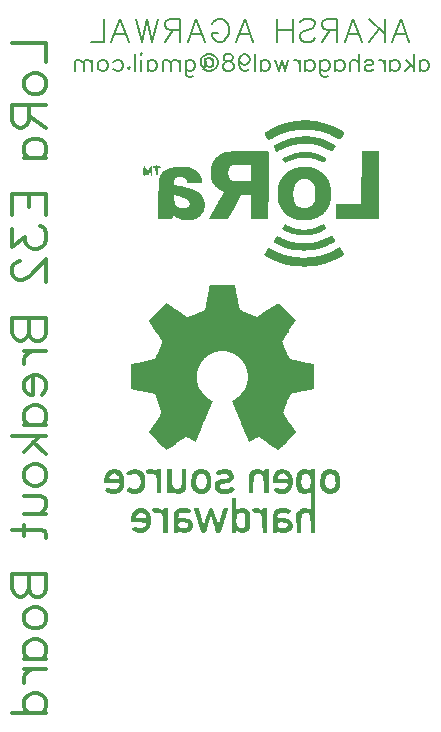
<source format=gbo>
G04 Layer: BottomSilkLayer*
G04 EasyEDA v6.1.41, Thu, 16 May 2019 15:27:20 GMT*
G04 2d326a8386664dfebb0799a9ee8975a2,41c397309db345c68939c290f9bc7d8a,10*
G04 Gerber Generator version 0.2*
G04 Scale: 100 percent, Rotated: No, Reflected: No *
G04 Dimensions in millimeters *
G04 leading zeros omitted , absolute positions ,3 integer and 3 decimal *
%FSLAX33Y33*%
%MOMM*%
G90*
G71D02*

%ADD20C,0.203200*%
%ADD24C,0.299999*%

%LPD*%

%LPD*%
G36*
G01X29536Y47112D02*
G01X29515Y47133D01*
G01X29501Y47128D01*
G01X29469Y47112D01*
G01X29421Y47089D01*
G01X29359Y47057D01*
G01X29286Y47019D01*
G01X29202Y46975D01*
G01X29111Y46927D01*
G01X29013Y46875D01*
G01X28893Y46811D01*
G01X28833Y46781D01*
G01X28774Y46752D01*
G01X28715Y46724D01*
G01X28657Y46697D01*
G01X28598Y46671D01*
G01X28541Y46646D01*
G01X28483Y46622D01*
G01X28426Y46598D01*
G01X28368Y46576D01*
G01X28311Y46555D01*
G01X28253Y46534D01*
G01X28196Y46515D01*
G01X28138Y46495D01*
G01X28080Y46477D01*
G01X28022Y46460D01*
G01X27963Y46443D01*
G01X27903Y46427D01*
G01X27843Y46412D01*
G01X27783Y46398D01*
G01X27722Y46384D01*
G01X27660Y46371D01*
G01X27597Y46358D01*
G01X27534Y46346D01*
G01X27404Y46324D01*
G01X27337Y46314D01*
G01X27269Y46304D01*
G01X27200Y46295D01*
G01X27130Y46286D01*
G01X27059Y46278D01*
G01X26995Y46272D01*
G01X26930Y46266D01*
G01X26802Y46256D01*
G01X26738Y46252D01*
G01X26674Y46249D01*
G01X26546Y46245D01*
G01X26355Y46245D01*
G01X26291Y46247D01*
G01X26228Y46249D01*
G01X26164Y46251D01*
G01X26101Y46255D01*
G01X26038Y46260D01*
G01X25975Y46264D01*
G01X25849Y46276D01*
G01X25787Y46283D01*
G01X25724Y46291D01*
G01X25600Y46309D01*
G01X25538Y46319D01*
G01X25414Y46341D01*
G01X25353Y46353D01*
G01X25231Y46379D01*
G01X25170Y46394D01*
G01X25110Y46408D01*
G01X24990Y46440D01*
G01X24871Y46474D01*
G01X24812Y46493D01*
G01X24695Y46531D01*
G01X24579Y46573D01*
G01X24465Y46617D01*
G01X24408Y46640D01*
G01X24351Y46664D01*
G01X24295Y46688D01*
G01X24240Y46713D01*
G01X24184Y46739D01*
G01X24130Y46765D01*
G01X24075Y46792D01*
G01X24021Y46820D01*
G01X23967Y46849D01*
G01X23914Y46878D01*
G01X23843Y46916D01*
G01X23776Y46951D01*
G01X23713Y46983D01*
G01X23655Y47011D01*
G01X23605Y47035D01*
G01X23563Y47052D01*
G01X23533Y47063D01*
G01X23514Y47067D01*
G01X23493Y47057D01*
G01X23462Y47029D01*
G01X23424Y46987D01*
G01X23380Y46933D01*
G01X23333Y46872D01*
G01X23286Y46805D01*
G01X23239Y46736D01*
G01X23196Y46668D01*
G01X23159Y46605D01*
G01X23130Y46550D01*
G01X23111Y46505D01*
G01X23104Y46475D01*
G01X23108Y46465D01*
G01X23121Y46453D01*
G01X23140Y46437D01*
G01X23167Y46418D01*
G01X23201Y46397D01*
G01X23241Y46373D01*
G01X23286Y46347D01*
G01X23337Y46319D01*
G01X23391Y46289D01*
G01X23451Y46258D01*
G01X23513Y46226D01*
G01X23579Y46193D01*
G01X23648Y46159D01*
G01X23719Y46125D01*
G01X23791Y46090D01*
G01X23864Y46056D01*
G01X23938Y46021D01*
G01X24012Y45988D01*
G01X24086Y45954D01*
G01X24158Y45922D01*
G01X24230Y45891D01*
G01X24300Y45862D01*
G01X24367Y45834D01*
G01X24431Y45808D01*
G01X24492Y45784D01*
G01X24549Y45763D01*
G01X24602Y45744D01*
G01X24650Y45728D01*
G01X24702Y45712D01*
G01X24754Y45697D01*
G01X24807Y45682D01*
G01X24862Y45668D01*
G01X24916Y45654D01*
G01X24973Y45641D01*
G01X25030Y45629D01*
G01X25088Y45616D01*
G01X25206Y45594D01*
G01X25266Y45583D01*
G01X25327Y45573D01*
G01X25388Y45564D01*
G01X25450Y45555D01*
G01X25576Y45539D01*
G01X25640Y45532D01*
G01X25704Y45524D01*
G01X25768Y45518D01*
G01X25898Y45508D01*
G01X25964Y45503D01*
G01X26029Y45499D01*
G01X26095Y45495D01*
G01X26162Y45492D01*
G01X26294Y45488D01*
G01X26360Y45487D01*
G01X26427Y45486D01*
G01X26559Y45486D01*
G01X26625Y45487D01*
G01X26757Y45491D01*
G01X26822Y45493D01*
G01X26888Y45496D01*
G01X26953Y45501D01*
G01X27017Y45505D01*
G01X27082Y45510D01*
G01X27209Y45521D01*
G01X27272Y45527D01*
G01X27396Y45543D01*
G01X27518Y45559D01*
G01X27578Y45569D01*
G01X27696Y45589D01*
G01X27810Y45613D01*
G01X27865Y45625D01*
G01X27921Y45638D01*
G01X27978Y45653D01*
G01X28039Y45670D01*
G01X28101Y45689D01*
G01X28166Y45708D01*
G01X28232Y45730D01*
G01X28300Y45753D01*
G01X28369Y45777D01*
G01X28439Y45802D01*
G01X28509Y45828D01*
G01X28581Y45855D01*
G01X28653Y45883D01*
G01X28725Y45912D01*
G01X28797Y45940D01*
G01X28869Y45970D01*
G01X28940Y46000D01*
G01X29078Y46060D01*
G01X29146Y46091D01*
G01X29212Y46121D01*
G01X29276Y46151D01*
G01X29339Y46181D01*
G01X29398Y46211D01*
G01X29455Y46240D01*
G01X29510Y46269D01*
G01X29562Y46296D01*
G01X29610Y46324D01*
G01X29655Y46349D01*
G01X29696Y46374D01*
G01X29733Y46398D01*
G01X29766Y46421D01*
G01X29794Y46442D01*
G01X29818Y46462D01*
G01X29836Y46480D01*
G01X29850Y46497D01*
G01X29858Y46512D01*
G01X29862Y46537D01*
G01X29859Y46571D01*
G01X29848Y46612D01*
G01X29831Y46658D01*
G01X29809Y46709D01*
G01X29782Y46762D01*
G01X29750Y46817D01*
G01X29714Y46871D01*
G01X29643Y46973D01*
G01X29581Y47056D01*
G01X29536Y47112D01*
G37*

%LPD*%
G36*
G01X28860Y48099D02*
G01X28840Y48119D01*
G01X28826Y48114D01*
G01X28795Y48101D01*
G01X28748Y48080D01*
G01X28687Y48052D01*
G01X28614Y48019D01*
G01X28532Y47980D01*
G01X28442Y47937D01*
G01X28346Y47891D01*
G01X28286Y47862D01*
G01X28168Y47808D01*
G01X28110Y47782D01*
G01X28052Y47758D01*
G01X27995Y47735D01*
G01X27938Y47713D01*
G01X27883Y47692D01*
G01X27771Y47652D01*
G01X27716Y47635D01*
G01X27661Y47617D01*
G01X27606Y47602D01*
G01X27551Y47586D01*
G01X27496Y47572D01*
G01X27441Y47559D01*
G01X27385Y47547D01*
G01X27330Y47535D01*
G01X27218Y47515D01*
G01X27161Y47506D01*
G01X27104Y47499D01*
G01X27047Y47491D01*
G01X26989Y47485D01*
G01X26871Y47475D01*
G01X26810Y47471D01*
G01X26749Y47468D01*
G01X26687Y47465D01*
G01X26624Y47464D01*
G01X26560Y47463D01*
G01X26495Y47462D01*
G01X26428Y47463D01*
G01X26363Y47464D01*
G01X26299Y47466D01*
G01X26235Y47469D01*
G01X26173Y47472D01*
G01X26111Y47476D01*
G01X25989Y47486D01*
G01X25930Y47492D01*
G01X25871Y47499D01*
G01X25755Y47515D01*
G01X25641Y47535D01*
G01X25529Y47557D01*
G01X25474Y47570D01*
G01X25418Y47584D01*
G01X25363Y47598D01*
G01X25309Y47613D01*
G01X25254Y47629D01*
G01X25199Y47646D01*
G01X25145Y47664D01*
G01X25090Y47683D01*
G01X25036Y47702D01*
G01X24981Y47723D01*
G01X24927Y47744D01*
G01X24817Y47790D01*
G01X24761Y47814D01*
G01X24706Y47840D01*
G01X24650Y47866D01*
G01X24204Y48079D01*
G01X24049Y47898D01*
G01X23989Y47821D01*
G01X23939Y47742D01*
G01X23905Y47672D01*
G01X23893Y47619D01*
G01X23897Y47603D01*
G01X23910Y47583D01*
G01X23929Y47562D01*
G01X23956Y47538D01*
G01X23989Y47513D01*
G01X24028Y47485D01*
G01X24073Y47457D01*
G01X24123Y47427D01*
G01X24178Y47396D01*
G01X24238Y47364D01*
G01X24301Y47332D01*
G01X24368Y47299D01*
G01X24437Y47266D01*
G01X24510Y47234D01*
G01X24584Y47201D01*
G01X24660Y47169D01*
G01X24738Y47138D01*
G01X24894Y47078D01*
G01X24972Y47050D01*
G01X25050Y47024D01*
G01X25127Y47000D01*
G01X25202Y46977D01*
G01X25275Y46956D01*
G01X25320Y46945D01*
G01X25368Y46934D01*
G01X25418Y46924D01*
G01X25469Y46914D01*
G01X25522Y46905D01*
G01X25634Y46889D01*
G01X25752Y46875D01*
G01X25813Y46869D01*
G01X25875Y46864D01*
G01X25938Y46858D01*
G01X26002Y46854D01*
G01X26067Y46851D01*
G01X26132Y46847D01*
G01X26198Y46845D01*
G01X26265Y46843D01*
G01X26399Y46841D01*
G01X26466Y46841D01*
G01X26534Y46842D01*
G01X26668Y46844D01*
G01X26735Y46847D01*
G01X26802Y46849D01*
G01X26868Y46853D01*
G01X26998Y46861D01*
G01X27124Y46873D01*
G01X27186Y46879D01*
G01X27247Y46886D01*
G01X27306Y46894D01*
G01X27364Y46902D01*
G01X27420Y46911D01*
G01X27475Y46920D01*
G01X27529Y46931D01*
G01X27580Y46941D01*
G01X27629Y46952D01*
G01X27676Y46964D01*
G01X27727Y46978D01*
G01X27781Y46994D01*
G01X27837Y47012D01*
G01X27896Y47032D01*
G01X27957Y47053D01*
G01X28020Y47075D01*
G01X28084Y47100D01*
G01X28149Y47125D01*
G01X28281Y47179D01*
G01X28348Y47207D01*
G01X28414Y47236D01*
G01X28481Y47265D01*
G01X28546Y47295D01*
G01X28672Y47355D01*
G01X28732Y47385D01*
G01X28791Y47415D01*
G01X28847Y47444D01*
G01X28901Y47473D01*
G01X28951Y47502D01*
G01X28998Y47529D01*
G01X29041Y47556D01*
G01X29080Y47582D01*
G01X29118Y47622D01*
G01X29121Y47677D01*
G01X29088Y47759D01*
G01X29015Y47880D01*
G01X28953Y47972D01*
G01X28900Y48048D01*
G01X28860Y48099D01*
G37*

%LPD*%
G36*
G01X28265Y48938D02*
G01X28163Y49095D01*
G01X27745Y48906D01*
G01X27685Y48879D01*
G01X27625Y48853D01*
G01X27565Y48829D01*
G01X27506Y48807D01*
G01X27446Y48785D01*
G01X27387Y48764D01*
G01X27269Y48728D01*
G01X27211Y48711D01*
G01X27152Y48696D01*
G01X27094Y48682D01*
G01X27035Y48669D01*
G01X26977Y48658D01*
G01X26918Y48647D01*
G01X26860Y48638D01*
G01X26744Y48624D01*
G01X26686Y48619D01*
G01X26628Y48615D01*
G01X26512Y48611D01*
G01X26454Y48611D01*
G01X26396Y48612D01*
G01X26338Y48615D01*
G01X26279Y48618D01*
G01X26221Y48623D01*
G01X26163Y48629D01*
G01X26105Y48637D01*
G01X26046Y48646D01*
G01X25988Y48656D01*
G01X25929Y48667D01*
G01X25811Y48693D01*
G01X25753Y48709D01*
G01X25693Y48725D01*
G01X25634Y48743D01*
G01X25574Y48761D01*
G01X25515Y48782D01*
G01X25455Y48803D01*
G01X25394Y48825D01*
G01X25274Y48875D01*
G01X25213Y48901D01*
G01X25152Y48929D01*
G01X24865Y49063D01*
G01X24742Y48904D01*
G01X24695Y48838D01*
G01X24655Y48776D01*
G01X24629Y48725D01*
G01X24619Y48692D01*
G01X24623Y48677D01*
G01X24635Y48659D01*
G01X24657Y48639D01*
G01X24685Y48618D01*
G01X24721Y48595D01*
G01X24763Y48571D01*
G01X24811Y48546D01*
G01X24864Y48519D01*
G01X24922Y48492D01*
G01X24984Y48465D01*
G01X25050Y48438D01*
G01X25119Y48410D01*
G01X25190Y48383D01*
G01X25263Y48357D01*
G01X25337Y48330D01*
G01X25412Y48305D01*
G01X25488Y48281D01*
G01X25563Y48258D01*
G01X25637Y48238D01*
G01X25709Y48218D01*
G01X25779Y48201D01*
G01X25847Y48186D01*
G01X25911Y48174D01*
G01X25972Y48163D01*
G01X26035Y48155D01*
G01X26099Y48148D01*
G01X26163Y48142D01*
G01X26228Y48137D01*
G01X26358Y48131D01*
G01X26423Y48129D01*
G01X26488Y48129D01*
G01X26554Y48130D01*
G01X26619Y48133D01*
G01X26685Y48136D01*
G01X26815Y48146D01*
G01X26880Y48153D01*
G01X26945Y48161D01*
G01X27010Y48170D01*
G01X27074Y48180D01*
G01X27138Y48191D01*
G01X27264Y48217D01*
G01X27326Y48231D01*
G01X27448Y48263D01*
G01X27568Y48299D01*
G01X27626Y48319D01*
G01X27684Y48340D01*
G01X27740Y48361D01*
G01X27796Y48384D01*
G01X27851Y48407D01*
G01X27904Y48432D01*
G01X27956Y48458D01*
G01X28039Y48501D01*
G01X28116Y48543D01*
G01X28185Y48584D01*
G01X28246Y48622D01*
G01X28297Y48656D01*
G01X28335Y48685D01*
G01X28359Y48708D01*
G01X28367Y48724D01*
G01X28359Y48759D01*
G01X28337Y48811D01*
G01X28304Y48873D01*
G01X28265Y48938D01*
G37*

%LPD*%
G36*
G01X26630Y53949D02*
G01X26568Y53949D01*
G01X26505Y53948D01*
G01X26442Y53945D01*
G01X26378Y53940D01*
G01X26313Y53935D01*
G01X26249Y53928D01*
G01X26184Y53920D01*
G01X26119Y53910D01*
G01X26055Y53900D01*
G01X25991Y53888D01*
G01X25928Y53875D01*
G01X25865Y53861D01*
G01X25804Y53845D01*
G01X25744Y53829D01*
G01X25685Y53811D01*
G01X25628Y53792D01*
G01X25572Y53772D01*
G01X25512Y53748D01*
G01X25453Y53723D01*
G01X25394Y53696D01*
G01X25338Y53667D01*
G01X25282Y53636D01*
G01X25227Y53604D01*
G01X25173Y53570D01*
G01X25120Y53534D01*
G01X25068Y53496D01*
G01X25018Y53457D01*
G01X24969Y53416D01*
G01X24921Y53374D01*
G01X24874Y53329D01*
G01X24829Y53284D01*
G01X24785Y53236D01*
G01X24742Y53188D01*
G01X24700Y53137D01*
G01X24660Y53086D01*
G01X24621Y53032D01*
G01X24584Y52977D01*
G01X24548Y52921D01*
G01X24513Y52864D01*
G01X24480Y52805D01*
G01X24448Y52744D01*
G01X24417Y52681D01*
G01X24389Y52624D01*
G01X24365Y52569D01*
G01X24343Y52518D01*
G01X24325Y52468D01*
G01X24309Y52418D01*
G01X24296Y52368D01*
G01X24285Y52315D01*
G01X24277Y52258D01*
G01X24270Y52198D01*
G01X24265Y52131D01*
G01X24261Y52058D01*
G01X24258Y51977D01*
G01X24257Y51886D01*
G01X24255Y51785D01*
G01X24255Y51559D01*
G01X24257Y51458D01*
G01X24258Y51368D01*
G01X24261Y51287D01*
G01X24265Y51213D01*
G01X24270Y51147D01*
G01X24277Y51086D01*
G01X24285Y51030D01*
G01X24296Y50977D01*
G01X24309Y50926D01*
G01X24325Y50876D01*
G01X24343Y50826D01*
G01X24365Y50775D01*
G01X24389Y50721D01*
G01X24417Y50663D01*
G01X24449Y50600D01*
G01X24476Y50547D01*
G01X24507Y50493D01*
G01X24539Y50440D01*
G01X24572Y50388D01*
G01X24608Y50336D01*
G01X24645Y50284D01*
G01X24683Y50234D01*
G01X24723Y50184D01*
G01X24763Y50136D01*
G01X24805Y50088D01*
G01X24848Y50042D01*
G01X24892Y49997D01*
G01X24936Y49954D01*
G01X24981Y49912D01*
G01X25027Y49871D01*
G01X25073Y49833D01*
G01X25119Y49796D01*
G01X25166Y49762D01*
G01X25212Y49730D01*
G01X25259Y49699D01*
G01X25305Y49671D01*
G01X25351Y49646D01*
G01X25397Y49623D01*
G01X25443Y49603D01*
G01X25503Y49579D01*
G01X25563Y49556D01*
G01X25624Y49535D01*
G01X25684Y49514D01*
G01X25744Y49496D01*
G01X25805Y49479D01*
G01X25866Y49463D01*
G01X25927Y49449D01*
G01X25987Y49437D01*
G01X26048Y49425D01*
G01X26109Y49416D01*
G01X26169Y49407D01*
G01X26230Y49400D01*
G01X26290Y49394D01*
G01X26350Y49390D01*
G01X26410Y49387D01*
G01X26530Y49385D01*
G01X26589Y49386D01*
G01X26707Y49392D01*
G01X26765Y49397D01*
G01X26881Y49411D01*
G01X26938Y49420D01*
G01X26995Y49430D01*
G01X27052Y49441D01*
G01X27107Y49454D01*
G01X27163Y49468D01*
G01X27218Y49483D01*
G01X27272Y49499D01*
G01X27325Y49516D01*
G01X27379Y49535D01*
G01X27431Y49555D01*
G01X27483Y49576D01*
G01X27534Y49598D01*
G01X27585Y49621D01*
G01X27635Y49645D01*
G01X27683Y49671D01*
G01X27732Y49698D01*
G01X27779Y49726D01*
G01X27826Y49755D01*
G01X27872Y49785D01*
G01X27917Y49816D01*
G01X27961Y49848D01*
G01X28004Y49881D01*
G01X28046Y49916D01*
G01X28087Y49951D01*
G01X28127Y49987D01*
G01X28167Y50025D01*
G01X28205Y50063D01*
G01X28242Y50103D01*
G01X28278Y50143D01*
G01X28313Y50185D01*
G01X28346Y50227D01*
G01X28379Y50271D01*
G01X28410Y50315D01*
G01X28441Y50360D01*
G01X28470Y50406D01*
G01X28524Y50502D01*
G01X28549Y50551D01*
G01X28572Y50601D01*
G01X28595Y50652D01*
G01X28616Y50703D01*
G01X28635Y50756D01*
G01X28653Y50810D01*
G01X28670Y50864D01*
G01X28683Y50912D01*
G01X28695Y50963D01*
G01X28706Y51015D01*
G01X28716Y51070D01*
G01X28724Y51127D01*
G01X28732Y51186D01*
G01X28739Y51246D01*
G01X28745Y51308D01*
G01X28749Y51370D01*
G01X28753Y51434D01*
G01X28755Y51499D01*
G01X28756Y51564D01*
G01X28757Y51630D01*
G01X28755Y51762D01*
G01X28753Y51828D01*
G01X28749Y51893D01*
G01X28745Y51959D01*
G01X28740Y52023D01*
G01X28733Y52087D01*
G01X28726Y52150D01*
G01X28718Y52212D01*
G01X28709Y52272D01*
G01X28699Y52331D01*
G01X28688Y52388D01*
G01X28676Y52443D01*
G01X28663Y52497D01*
G01X28650Y52548D01*
G01X28635Y52596D01*
G01X28620Y52642D01*
G01X28604Y52685D01*
G01X28587Y52725D01*
G01X28561Y52779D01*
G01X28533Y52833D01*
G01X28504Y52886D01*
G01X28472Y52938D01*
G01X28439Y52989D01*
G01X28405Y53039D01*
G01X28368Y53088D01*
G01X28330Y53136D01*
G01X28291Y53183D01*
G01X28249Y53229D01*
G01X28207Y53273D01*
G01X28162Y53317D01*
G01X28116Y53360D01*
G01X28070Y53401D01*
G01X28021Y53441D01*
G01X27971Y53480D01*
G01X27920Y53517D01*
G01X27867Y53554D01*
G01X27814Y53589D01*
G01X27759Y53622D01*
G01X27702Y53655D01*
G01X27645Y53685D01*
G01X27587Y53715D01*
G01X27528Y53743D01*
G01X27467Y53770D01*
G01X27406Y53795D01*
G01X27343Y53818D01*
G01X27280Y53840D01*
G01X27216Y53860D01*
G01X27151Y53879D01*
G01X27085Y53896D01*
G01X27018Y53912D01*
G01X26969Y53921D01*
G01X26917Y53929D01*
G01X26863Y53936D01*
G01X26807Y53941D01*
G01X26749Y53946D01*
G01X26690Y53948D01*
G01X26630Y53949D01*
G37*

%LPC*%
G36*
G01X26598Y52908D02*
G01X26539Y52910D01*
G01X26480Y52907D01*
G01X26420Y52901D01*
G01X26360Y52890D01*
G01X26299Y52875D01*
G01X26238Y52856D01*
G01X26178Y52832D01*
G01X26117Y52805D01*
G01X26061Y52775D01*
G01X26008Y52743D01*
G01X25959Y52708D01*
G01X25913Y52670D01*
G01X25870Y52630D01*
G01X25830Y52588D01*
G01X25794Y52541D01*
G01X25760Y52492D01*
G01X25730Y52439D01*
G01X25702Y52383D01*
G01X25676Y52324D01*
G01X25654Y52260D01*
G01X25634Y52193D01*
G01X25616Y52122D01*
G01X25601Y52046D01*
G01X25590Y51981D01*
G01X25582Y51914D01*
G01X25576Y51845D01*
G01X25572Y51775D01*
G01X25570Y51704D01*
G01X25571Y51632D01*
G01X25574Y51559D01*
G01X25578Y51488D01*
G01X25585Y51416D01*
G01X25593Y51346D01*
G01X25604Y51276D01*
G01X25616Y51208D01*
G01X25630Y51142D01*
G01X25646Y51078D01*
G01X25663Y51017D01*
G01X25682Y50960D01*
G01X25703Y50906D01*
G01X25725Y50855D01*
G01X25748Y50809D01*
G01X25773Y50767D01*
G01X25804Y50725D01*
G01X25839Y50685D01*
G01X25879Y50648D01*
G01X25922Y50614D01*
G01X25967Y50583D01*
G01X26017Y50555D01*
G01X26069Y50530D01*
G01X26122Y50508D01*
G01X26179Y50489D01*
G01X26237Y50473D01*
G01X26296Y50461D01*
G01X26356Y50451D01*
G01X26417Y50445D01*
G01X26478Y50442D01*
G01X26540Y50442D01*
G01X26601Y50446D01*
G01X26662Y50454D01*
G01X26722Y50464D01*
G01X26781Y50478D01*
G01X26838Y50496D01*
G01X26894Y50517D01*
G01X26947Y50542D01*
G01X26998Y50571D01*
G01X27045Y50603D01*
G01X27091Y50637D01*
G01X27133Y50674D01*
G01X27172Y50711D01*
G01X27207Y50749D01*
G01X27240Y50789D01*
G01X27271Y50832D01*
G01X27298Y50876D01*
G01X27323Y50922D01*
G01X27345Y50971D01*
G01X27364Y51023D01*
G01X27381Y51078D01*
G01X27395Y51136D01*
G01X27408Y51197D01*
G01X27418Y51262D01*
G01X27425Y51331D01*
G01X27431Y51404D01*
G01X27434Y51480D01*
G01X27436Y51562D01*
G01X27435Y51647D01*
G01X27433Y51738D01*
G01X27428Y51848D01*
G01X27423Y51945D01*
G01X27417Y52030D01*
G01X27409Y52106D01*
G01X27399Y52174D01*
G01X27387Y52234D01*
G01X27373Y52288D01*
G01X27356Y52338D01*
G01X27337Y52384D01*
G01X27313Y52429D01*
G01X27286Y52473D01*
G01X27256Y52518D01*
G01X27215Y52571D01*
G01X27173Y52621D01*
G01X27128Y52666D01*
G01X27082Y52708D01*
G01X27034Y52746D01*
G01X26984Y52780D01*
G01X26933Y52811D01*
G01X26880Y52837D01*
G01X26825Y52859D01*
G01X26771Y52877D01*
G01X26714Y52891D01*
G01X26657Y52902D01*
G01X26598Y52908D01*
G37*

%LPD*%
G36*
G01X16199Y53950D02*
G01X16136Y53950D01*
G01X16073Y53949D01*
G01X16008Y53947D01*
G01X15943Y53944D01*
G01X15878Y53940D01*
G01X15812Y53935D01*
G01X15746Y53929D01*
G01X15680Y53922D01*
G01X15615Y53915D01*
G01X15551Y53906D01*
G01X15487Y53896D01*
G01X15424Y53886D01*
G01X15363Y53875D01*
G01X15302Y53863D01*
G01X15244Y53850D01*
G01X15188Y53836D01*
G01X15133Y53822D01*
G01X15082Y53806D01*
G01X15032Y53791D01*
G01X14985Y53774D01*
G01X14919Y53748D01*
G01X14856Y53719D01*
G01X14796Y53687D01*
G01X14737Y53653D01*
G01X14681Y53617D01*
G01X14628Y53579D01*
G01X14578Y53538D01*
G01X14530Y53494D01*
G01X14485Y53449D01*
G01X14443Y53402D01*
G01X14404Y53353D01*
G01X14368Y53302D01*
G01X14335Y53249D01*
G01X14305Y53195D01*
G01X14278Y53138D01*
G01X14254Y53080D01*
G01X14234Y53021D01*
G01X14217Y52961D01*
G01X14203Y52898D01*
G01X14193Y52835D01*
G01X14191Y52816D01*
G01X14189Y52792D01*
G01X14186Y52764D01*
G01X14184Y52731D01*
G01X14182Y52694D01*
G01X14180Y52653D01*
G01X14178Y52607D01*
G01X14176Y52558D01*
G01X14174Y52505D01*
G01X14171Y52449D01*
G01X14169Y52389D01*
G01X14167Y52326D01*
G01X14165Y52261D01*
G01X14163Y52191D01*
G01X14161Y52120D01*
G01X14159Y52047D01*
G01X14157Y51970D01*
G01X14155Y51892D01*
G01X14153Y51812D01*
G01X14151Y51730D01*
G01X14150Y51646D01*
G01X14148Y51562D01*
G01X14147Y51475D01*
G01X14145Y51388D01*
G01X14143Y51210D01*
G01X14141Y51031D01*
G01X14124Y49501D01*
G01X14697Y49501D01*
G01X14815Y49502D01*
G01X14917Y49503D01*
G01X15003Y49505D01*
G01X15076Y49510D01*
G01X15136Y49515D01*
G01X15186Y49523D01*
G01X15227Y49534D01*
G01X15259Y49547D01*
G01X15286Y49564D01*
G01X15307Y49583D01*
G01X15325Y49607D01*
G01X15342Y49634D01*
G01X15365Y49692D01*
G01X15378Y49752D01*
G01X15379Y49806D01*
G01X15366Y49848D01*
G01X15360Y49868D01*
G01X15380Y49864D01*
G01X15420Y49837D01*
G01X15478Y49789D01*
G01X15519Y49754D01*
G01X15563Y49721D01*
G01X15607Y49689D01*
G01X15653Y49659D01*
G01X15700Y49630D01*
G01X15749Y49603D01*
G01X15799Y49577D01*
G01X15851Y49553D01*
G01X15903Y49531D01*
G01X15956Y49510D01*
G01X16011Y49491D01*
G01X16067Y49474D01*
G01X16122Y49458D01*
G01X16180Y49444D01*
G01X16237Y49431D01*
G01X16296Y49421D01*
G01X16355Y49412D01*
G01X16415Y49405D01*
G01X16474Y49400D01*
G01X16534Y49396D01*
G01X16595Y49395D01*
G01X16656Y49395D01*
G01X16717Y49397D01*
G01X16778Y49401D01*
G01X16839Y49407D01*
G01X16900Y49415D01*
G01X16961Y49424D01*
G01X17022Y49436D01*
G01X17078Y49449D01*
G01X17134Y49464D01*
G01X17189Y49481D01*
G01X17242Y49500D01*
G01X17293Y49520D01*
G01X17343Y49543D01*
G01X17391Y49567D01*
G01X17439Y49592D01*
G01X17484Y49620D01*
G01X17528Y49649D01*
G01X17570Y49679D01*
G01X17611Y49711D01*
G01X17650Y49745D01*
G01X17688Y49779D01*
G01X17724Y49816D01*
G01X17758Y49853D01*
G01X17791Y49891D01*
G01X17822Y49930D01*
G01X17851Y49971D01*
G01X17879Y50012D01*
G01X17929Y50098D01*
G01X17951Y50142D01*
G01X17972Y50187D01*
G01X17991Y50233D01*
G01X18009Y50279D01*
G01X18024Y50327D01*
G01X18038Y50374D01*
G01X18049Y50422D01*
G01X18059Y50471D01*
G01X18068Y50520D01*
G01X18074Y50569D01*
G01X18078Y50619D01*
G01X18081Y50669D01*
G01X18082Y50719D01*
G01X18080Y50770D01*
G01X18077Y50820D01*
G01X18072Y50870D01*
G01X18065Y50920D01*
G01X18056Y50971D01*
G01X18045Y51021D01*
G01X18031Y51071D01*
G01X18016Y51121D01*
G01X17999Y51170D01*
G01X17980Y51219D01*
G01X17959Y51267D01*
G01X17935Y51316D01*
G01X17910Y51363D01*
G01X17883Y51411D01*
G01X17853Y51457D01*
G01X17821Y51503D01*
G01X17787Y51548D01*
G01X17751Y51592D01*
G01X17713Y51636D01*
G01X17672Y51678D01*
G01X17630Y51720D01*
G01X17605Y51742D01*
G01X17575Y51765D01*
G01X17543Y51788D01*
G01X17506Y51810D01*
G01X17467Y51834D01*
G01X17424Y51857D01*
G01X17379Y51881D01*
G01X17330Y51904D01*
G01X17279Y51928D01*
G01X17225Y51951D01*
G01X17169Y51975D01*
G01X17111Y51997D01*
G01X17052Y52020D01*
G01X16990Y52043D01*
G01X16927Y52064D01*
G01X16863Y52086D01*
G01X16797Y52107D01*
G01X16729Y52127D01*
G01X16662Y52147D01*
G01X16593Y52167D01*
G01X16525Y52185D01*
G01X16455Y52202D01*
G01X16386Y52218D01*
G01X16316Y52234D01*
G01X16178Y52262D01*
G01X16109Y52274D01*
G01X16042Y52285D01*
G01X15505Y52368D01*
G01X15484Y52586D01*
G01X15481Y52644D01*
G01X15482Y52698D01*
G01X15487Y52748D01*
G01X15498Y52794D01*
G01X15513Y52837D01*
G01X15533Y52875D01*
G01X15558Y52910D01*
G01X15588Y52941D01*
G01X15623Y52968D01*
G01X15662Y52991D01*
G01X15707Y53010D01*
G01X15757Y53026D01*
G01X15812Y53038D01*
G01X15872Y53047D01*
G01X15938Y53052D01*
G01X16009Y53054D01*
G01X16094Y53050D01*
G01X16174Y53041D01*
G01X16248Y53026D01*
G01X16316Y53004D01*
G01X16377Y52977D01*
G01X16432Y52945D01*
G01X16479Y52908D01*
G01X16518Y52866D01*
G01X16549Y52820D01*
G01X16572Y52770D01*
G01X16586Y52715D01*
G01X16591Y52657D01*
G01X16592Y52627D01*
G01X16596Y52603D01*
G01X16606Y52583D01*
G01X16622Y52566D01*
G01X16648Y52554D01*
G01X16684Y52545D01*
G01X16733Y52539D01*
G01X16796Y52535D01*
G01X16876Y52534D01*
G01X16974Y52535D01*
G01X17092Y52538D01*
G01X17232Y52541D01*
G01X17873Y52560D01*
G01X17852Y52791D01*
G01X17844Y52849D01*
G01X17834Y52907D01*
G01X17821Y52963D01*
G01X17804Y53018D01*
G01X17786Y53072D01*
G01X17764Y53126D01*
G01X17739Y53177D01*
G01X17711Y53227D01*
G01X17681Y53277D01*
G01X17648Y53324D01*
G01X17612Y53370D01*
G01X17574Y53415D01*
G01X17533Y53459D01*
G01X17489Y53501D01*
G01X17443Y53541D01*
G01X17395Y53580D01*
G01X17344Y53617D01*
G01X17291Y53652D01*
G01X17235Y53686D01*
G01X17177Y53718D01*
G01X17117Y53749D01*
G01X17054Y53778D01*
G01X16989Y53805D01*
G01X16922Y53830D01*
G01X16853Y53853D01*
G01X16782Y53874D01*
G01X16709Y53893D01*
G01X16633Y53910D01*
G01X16587Y53920D01*
G01X16538Y53927D01*
G01X16487Y53934D01*
G01X16433Y53939D01*
G01X16377Y53944D01*
G01X16320Y53947D01*
G01X16260Y53949D01*
G01X16199Y53950D01*
G37*

%LPC*%
G36*
G01X15556Y51527D02*
G01X15512Y51534D01*
G01X15502Y51527D01*
G01X15493Y51507D01*
G01X15486Y51473D01*
G01X15482Y51427D01*
G01X15481Y51373D01*
G01X15482Y51309D01*
G01X15486Y51238D01*
G01X15492Y51162D01*
G01X15502Y51089D01*
G01X15514Y51019D01*
G01X15529Y50954D01*
G01X15546Y50892D01*
G01X15567Y50835D01*
G01X15591Y50781D01*
G01X15617Y50730D01*
G01X15647Y50684D01*
G01X15679Y50642D01*
G01X15715Y50603D01*
G01X15753Y50569D01*
G01X15795Y50538D01*
G01X15839Y50510D01*
G01X15888Y50487D01*
G01X15939Y50467D01*
G01X15993Y50451D01*
G01X16050Y50438D01*
G01X16111Y50429D01*
G01X16174Y50424D01*
G01X16241Y50422D01*
G01X16313Y50425D01*
G01X16380Y50432D01*
G01X16443Y50443D01*
G01X16501Y50458D01*
G01X16555Y50477D01*
G01X16603Y50500D01*
G01X16646Y50527D01*
G01X16684Y50556D01*
G01X16717Y50589D01*
G01X16744Y50624D01*
G01X16765Y50661D01*
G01X16780Y50701D01*
G01X16790Y50743D01*
G01X16793Y50787D01*
G01X16790Y50833D01*
G01X16780Y50879D01*
G01X16764Y50927D01*
G01X16741Y50975D01*
G01X16710Y51025D01*
G01X16673Y51074D01*
G01X16654Y51093D01*
G01X16625Y51114D01*
G01X16588Y51137D01*
G01X16543Y51163D01*
G01X16490Y51190D01*
G01X16432Y51218D01*
G01X16369Y51247D01*
G01X16302Y51277D01*
G01X16231Y51306D01*
G01X16158Y51335D01*
G01X16084Y51364D01*
G01X16010Y51392D01*
G01X15936Y51418D01*
G01X15863Y51443D01*
G01X15794Y51465D01*
G01X15727Y51486D01*
G01X15665Y51503D01*
G01X15607Y51517D01*
G01X15556Y51527D01*
G37*

%LPD*%
G36*
G01X32405Y55281D02*
G01X32306Y55281D01*
G01X32195Y55279D01*
G01X32069Y55277D01*
G01X31360Y55258D01*
G01X31326Y50820D01*
G01X29190Y50784D01*
G01X29171Y50142D01*
G01X29152Y49499D01*
G01X30980Y49517D01*
G01X32808Y49534D01*
G01X32825Y52330D01*
G01X32826Y52435D01*
G01X32826Y52538D01*
G01X32827Y52641D01*
G01X32827Y52844D01*
G01X32828Y52943D01*
G01X32828Y53139D01*
G01X32829Y53235D01*
G01X32829Y53422D01*
G01X32830Y53514D01*
G01X32830Y53779D01*
G01X32829Y53863D01*
G01X32829Y54027D01*
G01X32828Y54106D01*
G01X32828Y54257D01*
G01X32827Y54330D01*
G01X32827Y54467D01*
G01X32826Y54532D01*
G01X32826Y54595D01*
G01X32825Y54655D01*
G01X32825Y54713D01*
G01X32824Y54767D01*
G01X32823Y54819D01*
G01X32822Y54868D01*
G01X32822Y54914D01*
G01X32821Y54957D01*
G01X32820Y54997D01*
G01X32819Y55034D01*
G01X32818Y55067D01*
G01X32817Y55098D01*
G01X32816Y55125D01*
G01X32815Y55148D01*
G01X32814Y55168D01*
G01X32813Y55184D01*
G01X32812Y55197D01*
G01X32811Y55205D01*
G01X32810Y55210D01*
G01X32800Y55226D01*
G01X32783Y55238D01*
G01X32758Y55250D01*
G01X32725Y55259D01*
G01X32682Y55266D01*
G01X32629Y55272D01*
G01X32566Y55277D01*
G01X32491Y55280D01*
G01X32405Y55281D01*
G37*

%LPD*%
G36*
G01X22832Y55285D02*
G01X22567Y55285D01*
G01X22466Y55284D01*
G01X22358Y55283D01*
G01X22242Y55282D01*
G01X22120Y55281D01*
G01X21990Y55279D01*
G01X21852Y55277D01*
G01X21706Y55275D01*
G01X21574Y55273D01*
G01X21448Y55271D01*
G01X21327Y55268D01*
G01X21211Y55266D01*
G01X21100Y55263D01*
G01X20994Y55261D01*
G01X20892Y55258D01*
G01X20795Y55255D01*
G01X20703Y55252D01*
G01X20614Y55248D01*
G01X20529Y55243D01*
G01X20449Y55239D01*
G01X20371Y55235D01*
G01X20298Y55229D01*
G01X20228Y55224D01*
G01X20162Y55218D01*
G01X20099Y55211D01*
G01X20038Y55204D01*
G01X19981Y55197D01*
G01X19926Y55188D01*
G01X19873Y55179D01*
G01X19824Y55170D01*
G01X19776Y55160D01*
G01X19731Y55149D01*
G01X19688Y55137D01*
G01X19647Y55125D01*
G01X19607Y55112D01*
G01X19569Y55098D01*
G01X19533Y55083D01*
G01X19497Y55067D01*
G01X19463Y55051D01*
G01X19397Y55015D01*
G01X19335Y54975D01*
G01X19304Y54953D01*
G01X19274Y54931D01*
G01X19244Y54907D01*
G01X19213Y54882D01*
G01X19183Y54855D01*
G01X19152Y54828D01*
G01X19121Y54800D01*
G01X19089Y54770D01*
G01X19057Y54739D01*
G01X19017Y54699D01*
G01X18979Y54659D01*
G01X18943Y54617D01*
G01X18909Y54572D01*
G01X18876Y54527D01*
G01X18845Y54480D01*
G01X18815Y54432D01*
G01X18787Y54382D01*
G01X18760Y54331D01*
G01X18736Y54279D01*
G01X18712Y54225D01*
G01X18690Y54170D01*
G01X18671Y54114D01*
G01X18652Y54056D01*
G01X18636Y53997D01*
G01X18621Y53937D01*
G01X18608Y53876D01*
G01X18596Y53814D01*
G01X18587Y53751D01*
G01X18579Y53687D01*
G01X18572Y53621D01*
G01X18568Y53555D01*
G01X18565Y53488D01*
G01X18564Y53420D01*
G01X18565Y53350D01*
G01X18568Y53281D01*
G01X18572Y53215D01*
G01X18578Y53150D01*
G01X18586Y53087D01*
G01X18596Y53025D01*
G01X18608Y52965D01*
G01X18621Y52907D01*
G01X18636Y52850D01*
G01X18653Y52794D01*
G01X18673Y52741D01*
G01X18694Y52688D01*
G01X18717Y52636D01*
G01X18743Y52587D01*
G01X18770Y52537D01*
G01X18800Y52490D01*
G01X18832Y52443D01*
G01X18865Y52397D01*
G01X18901Y52352D01*
G01X18940Y52308D01*
G01X18980Y52265D01*
G01X19023Y52223D01*
G01X19068Y52181D01*
G01X19116Y52140D01*
G01X19166Y52100D01*
G01X19218Y52060D01*
G01X19273Y52021D01*
G01X19330Y51983D01*
G01X19672Y51758D01*
G01X19506Y51468D01*
G01X19466Y51398D01*
G01X19384Y51256D01*
G01X19343Y51184D01*
G01X19301Y51111D01*
G01X19178Y50892D01*
G01X19136Y50819D01*
G01X19095Y50747D01*
G01X19015Y50603D01*
G01X18976Y50533D01*
G01X18937Y50464D01*
G01X18899Y50396D01*
G01X18862Y50329D01*
G01X18825Y50264D01*
G01X18790Y50200D01*
G01X18756Y50139D01*
G01X18723Y50079D01*
G01X18691Y50021D01*
G01X18661Y49966D01*
G01X18632Y49914D01*
G01X18605Y49864D01*
G01X18579Y49817D01*
G01X18555Y49773D01*
G01X18533Y49732D01*
G01X18513Y49694D01*
G01X18495Y49660D01*
G01X18479Y49630D01*
G01X18465Y49604D01*
G01X18454Y49581D01*
G01X18438Y49549D01*
G01X18434Y49539D01*
G01X18433Y49535D01*
G01X18440Y49530D01*
G01X18462Y49525D01*
G01X18497Y49521D01*
G01X18545Y49518D01*
G01X18604Y49514D01*
G01X18673Y49511D01*
G01X18752Y49508D01*
G01X18839Y49506D01*
G01X18934Y49504D01*
G01X19034Y49503D01*
G01X19140Y49502D01*
G01X19251Y49501D01*
G01X20070Y49501D01*
G01X20616Y50520D01*
G01X21163Y51539D01*
G01X21573Y51540D01*
G01X21982Y51541D01*
G01X22000Y50537D01*
G01X22018Y49534D01*
G01X23466Y49534D01*
G01X23483Y52330D01*
G01X23484Y52435D01*
G01X23484Y52538D01*
G01X23485Y52641D01*
G01X23485Y52844D01*
G01X23486Y52943D01*
G01X23486Y53139D01*
G01X23487Y53235D01*
G01X23487Y53947D01*
G01X23486Y54028D01*
G01X23486Y54184D01*
G01X23485Y54258D01*
G01X23485Y54401D01*
G01X23484Y54468D01*
G01X23484Y54534D01*
G01X23483Y54596D01*
G01X23483Y54657D01*
G01X23482Y54714D01*
G01X23481Y54769D01*
G01X23481Y54821D01*
G01X23480Y54870D01*
G01X23479Y54916D01*
G01X23478Y54960D01*
G01X23477Y54999D01*
G01X23476Y55036D01*
G01X23475Y55070D01*
G01X23474Y55100D01*
G01X23473Y55127D01*
G01X23472Y55151D01*
G01X23471Y55171D01*
G01X23470Y55187D01*
G01X23469Y55200D01*
G01X23468Y55209D01*
G01X23467Y55214D01*
G01X23462Y55222D01*
G01X23455Y55228D01*
G01X23446Y55235D01*
G01X23434Y55241D01*
G01X23418Y55247D01*
G01X23399Y55252D01*
G01X23377Y55257D01*
G01X23350Y55261D01*
G01X23320Y55265D01*
G01X23285Y55269D01*
G01X23246Y55272D01*
G01X23202Y55275D01*
G01X23154Y55278D01*
G01X23100Y55280D01*
G01X23042Y55281D01*
G01X22977Y55283D01*
G01X22908Y55284D01*
G01X22832Y55285D01*
G37*

%LPC*%
G36*
G01X21986Y52692D02*
G01X21986Y54117D01*
G01X21157Y54095D01*
G01X21020Y54091D01*
G01X20898Y54088D01*
G01X20790Y54084D01*
G01X20696Y54080D01*
G01X20615Y54075D01*
G01X20545Y54069D01*
G01X20484Y54062D01*
G01X20433Y54054D01*
G01X20389Y54044D01*
G01X20352Y54033D01*
G01X20320Y54020D01*
G01X20293Y54004D01*
G01X20269Y53987D01*
G01X20246Y53967D01*
G01X20225Y53944D01*
G01X20203Y53918D01*
G01X20172Y53873D01*
G01X20145Y53821D01*
G01X20122Y53763D01*
G01X20104Y53699D01*
G01X20090Y53632D01*
G01X20080Y53561D01*
G01X20074Y53488D01*
G01X20073Y53414D01*
G01X20076Y53340D01*
G01X20082Y53267D01*
G01X20093Y53195D01*
G01X20109Y53127D01*
G01X20128Y53062D01*
G01X20151Y53003D01*
G01X20179Y52949D01*
G01X20211Y52902D01*
G01X20234Y52873D01*
G01X20257Y52848D01*
G01X20279Y52825D01*
G01X20303Y52806D01*
G01X20330Y52789D01*
G01X20361Y52775D01*
G01X20397Y52763D01*
G01X20439Y52753D01*
G01X20490Y52745D01*
G01X20549Y52738D01*
G01X20619Y52732D01*
G01X20700Y52727D01*
G01X20794Y52723D01*
G01X20902Y52719D01*
G01X21025Y52716D01*
G01X21165Y52712D01*
G01X21986Y52692D01*
G37*

%LPD*%
G36*
G01X13563Y54023D02*
G01X13546Y54029D01*
G01X13527Y54025D01*
G01X13505Y54011D01*
G01X13482Y53987D01*
G01X13457Y53953D01*
G01X13431Y53909D01*
G01X13402Y53855D01*
G01X13372Y53790D01*
G01X13331Y53704D01*
G01X13296Y53643D01*
G01X13265Y53606D01*
G01X13236Y53593D01*
G01X13206Y53605D01*
G01X13175Y53641D01*
G01X13140Y53702D01*
G01X13099Y53787D01*
G01X13073Y53842D01*
G01X13048Y53889D01*
G01X13025Y53927D01*
G01X13003Y53955D01*
G01X12982Y53975D01*
G01X12964Y53986D01*
G01X12946Y53987D01*
G01X12930Y53980D01*
G01X12916Y53964D01*
G01X12903Y53938D01*
G01X12891Y53904D01*
G01X12881Y53861D01*
G01X12872Y53808D01*
G01X12865Y53747D01*
G01X12859Y53676D01*
G01X12854Y53597D01*
G01X12851Y53521D01*
G01X12851Y53452D01*
G01X12854Y53391D01*
G01X12858Y53337D01*
G01X12865Y53290D01*
G01X12873Y53252D01*
G01X12883Y53221D01*
G01X12895Y53198D01*
G01X12908Y53183D01*
G01X12923Y53177D01*
G01X12938Y53180D01*
G01X12955Y53192D01*
G01X12973Y53213D01*
G01X12992Y53243D01*
G01X13011Y53283D01*
G01X13031Y53332D01*
G01X13086Y53479D01*
G01X13132Y53332D01*
G01X13158Y53266D01*
G01X13186Y53221D01*
G01X13217Y53197D01*
G01X13250Y53195D01*
G01X13286Y53214D01*
G01X13323Y53254D01*
G01X13363Y53316D01*
G01X13445Y53482D01*
G01X13474Y53524D01*
G01X13489Y53524D01*
G01X13492Y53481D01*
G01X13488Y53342D01*
G01X13497Y53251D01*
G01X13522Y53200D01*
G01X13565Y53186D01*
G01X13578Y53194D01*
G01X13591Y53219D01*
G01X13602Y53258D01*
G01X13611Y53310D01*
G01X13619Y53374D01*
G01X13625Y53448D01*
G01X13629Y53529D01*
G01X13630Y53618D01*
G01X13629Y53704D01*
G01X13626Y53779D01*
G01X13621Y53844D01*
G01X13613Y53900D01*
G01X13604Y53946D01*
G01X13592Y53982D01*
G01X13579Y54008D01*
G01X13563Y54023D01*
G37*

%LPD*%
G36*
G01X14095Y54037D02*
G01X13981Y54041D01*
G01X13848Y54035D01*
G01X13760Y54019D01*
G01X13711Y53988D01*
G01X13696Y53942D01*
G01X13704Y53904D01*
G01X13724Y53872D01*
G01X13754Y53851D01*
G01X13791Y53843D01*
G01X13835Y53826D01*
G01X13868Y53770D01*
G01X13892Y53675D01*
G01X13907Y53536D01*
G01X13913Y53458D01*
G01X13922Y53391D01*
G01X13934Y53333D01*
G01X13947Y53285D01*
G01X13962Y53248D01*
G01X13977Y53220D01*
G01X13993Y53202D01*
G01X14009Y53195D01*
G01X14025Y53198D01*
G01X14040Y53210D01*
G01X14054Y53234D01*
G01X14066Y53268D01*
G01X14076Y53312D01*
G01X14084Y53367D01*
G01X14089Y53432D01*
G01X14091Y53509D01*
G01X14092Y53607D01*
G01X14095Y53684D01*
G01X14102Y53742D01*
G01X14114Y53785D01*
G01X14131Y53814D01*
G01X14153Y53832D01*
G01X14184Y53841D01*
G01X14222Y53843D01*
G01X14303Y53856D01*
G01X14346Y53889D01*
G01X14350Y53937D01*
G01X14310Y53997D01*
G01X14271Y54014D01*
G01X14196Y54028D01*
G01X14095Y54037D01*
G37*

%LPD*%
G36*
G01X26684Y55187D02*
G01X26620Y55188D01*
G01X26556Y55187D01*
G01X26491Y55186D01*
G01X26361Y55180D01*
G01X26231Y55170D01*
G01X26103Y55156D01*
G01X26039Y55147D01*
G01X25977Y55138D01*
G01X25915Y55128D01*
G01X25854Y55116D01*
G01X25795Y55104D01*
G01X25736Y55091D01*
G01X25680Y55077D01*
G01X25625Y55062D01*
G01X25571Y55046D01*
G01X25496Y55021D01*
G01X25417Y54994D01*
G01X25337Y54964D01*
G01X25256Y54932D01*
G01X25175Y54898D01*
G01X25097Y54864D01*
G01X25020Y54828D01*
G01X24947Y54793D01*
G01X24878Y54759D01*
G01X24815Y54726D01*
G01X24759Y54695D01*
G01X24712Y54666D01*
G01X24673Y54640D01*
G01X24643Y54617D01*
G01X24625Y54597D01*
G01X24619Y54582D01*
G01X24630Y54552D01*
G01X24658Y54504D01*
G01X24698Y54445D01*
G01X24748Y54382D01*
G01X24874Y54231D01*
G01X25227Y54393D01*
G01X25291Y54422D01*
G01X25354Y54449D01*
G01X25414Y54475D01*
G01X25472Y54499D01*
G01X25529Y54521D01*
G01X25585Y54542D01*
G01X25639Y54561D01*
G01X25693Y54579D01*
G01X25745Y54595D01*
G01X25797Y54610D01*
G01X25849Y54623D01*
G01X25901Y54635D01*
G01X25953Y54646D01*
G01X26005Y54656D01*
G01X26058Y54664D01*
G01X26111Y54671D01*
G01X26166Y54678D01*
G01X26221Y54683D01*
G01X26278Y54688D01*
G01X26337Y54691D01*
G01X26397Y54693D01*
G01X26459Y54695D01*
G01X26524Y54696D01*
G01X26591Y54696D01*
G01X26648Y54695D01*
G01X26703Y54694D01*
G01X26756Y54692D01*
G01X26808Y54690D01*
G01X26908Y54682D01*
G01X26957Y54676D01*
G01X27005Y54669D01*
G01X27054Y54662D01*
G01X27102Y54653D01*
G01X27152Y54643D01*
G01X27201Y54631D01*
G01X27252Y54618D01*
G01X27304Y54604D01*
G01X27357Y54588D01*
G01X27413Y54570D01*
G01X27470Y54551D01*
G01X27530Y54530D01*
G01X27592Y54507D01*
G01X27657Y54483D01*
G01X27725Y54457D01*
G01X27797Y54428D01*
G01X27872Y54398D01*
G01X27952Y54365D01*
G01X28017Y54339D01*
G01X28070Y54321D01*
G01X28113Y54314D01*
G01X28149Y54316D01*
G01X28182Y54329D01*
G01X28214Y54353D01*
G01X28250Y54390D01*
G01X28291Y54439D01*
G01X28344Y54515D01*
G01X28373Y54579D01*
G01X28378Y54633D01*
G01X28358Y54677D01*
G01X28341Y54693D01*
G01X28317Y54712D01*
G01X28287Y54732D01*
G01X28251Y54753D01*
G01X28209Y54776D01*
G01X28163Y54799D01*
G01X28112Y54823D01*
G01X28057Y54847D01*
G01X27998Y54872D01*
G01X27937Y54897D01*
G01X27874Y54922D01*
G01X27808Y54947D01*
G01X27741Y54971D01*
G01X27673Y54995D01*
G01X27605Y55018D01*
G01X27537Y55040D01*
G01X27469Y55061D01*
G01X27402Y55080D01*
G01X27337Y55098D01*
G01X27274Y55114D01*
G01X27213Y55129D01*
G01X27156Y55141D01*
G01X27101Y55152D01*
G01X27052Y55160D01*
G01X26993Y55167D01*
G01X26933Y55173D01*
G01X26873Y55178D01*
G01X26811Y55182D01*
G01X26748Y55185D01*
G01X26684Y55187D01*
G37*

%LPD*%
G36*
G01X26724Y56509D02*
G01X26599Y56510D01*
G01X26536Y56509D01*
G01X26410Y56505D01*
G01X26346Y56502D01*
G01X26220Y56494D01*
G01X26157Y56489D01*
G01X26093Y56482D01*
G01X26030Y56475D01*
G01X25968Y56468D01*
G01X25905Y56460D01*
G01X25719Y56430D01*
G01X25597Y56406D01*
G01X25537Y56394D01*
G01X25477Y56380D01*
G01X25418Y56366D01*
G01X25359Y56350D01*
G01X25301Y56335D01*
G01X25244Y56318D01*
G01X25188Y56301D01*
G01X25118Y56279D01*
G01X25046Y56254D01*
G01X24974Y56228D01*
G01X24901Y56201D01*
G01X24827Y56173D01*
G01X24754Y56143D01*
G01X24680Y56113D01*
G01X24608Y56082D01*
G01X24537Y56051D01*
G01X24467Y56019D01*
G01X24400Y55987D01*
G01X24335Y55956D01*
G01X24272Y55925D01*
G01X24213Y55895D01*
G01X24158Y55865D01*
G01X24107Y55836D01*
G01X24060Y55809D01*
G01X24018Y55783D01*
G01X23982Y55758D01*
G01X23951Y55736D01*
G01X23926Y55715D01*
G01X23909Y55696D01*
G01X23897Y55680D01*
G01X23893Y55667D01*
G01X23905Y55628D01*
G01X23938Y55563D01*
G01X23986Y55480D01*
G01X24045Y55389D01*
G01X24197Y55166D01*
G01X24473Y55331D01*
G01X24523Y55360D01*
G01X24572Y55388D01*
G01X24623Y55415D01*
G01X24675Y55442D01*
G01X24727Y55468D01*
G01X24780Y55492D01*
G01X24834Y55517D01*
G01X24888Y55540D01*
G01X24944Y55563D01*
G01X24999Y55585D01*
G01X25113Y55627D01*
G01X25229Y55665D01*
G01X25347Y55701D01*
G01X25407Y55717D01*
G01X25468Y55733D01*
G01X25529Y55747D01*
G01X25591Y55762D01*
G01X25652Y55775D01*
G01X25778Y55799D01*
G01X25841Y55809D01*
G01X25905Y55820D01*
G01X25969Y55829D01*
G01X26033Y55837D01*
G01X26099Y55844D01*
G01X26164Y55851D01*
G01X26229Y55856D01*
G01X26295Y55861D01*
G01X26361Y55865D01*
G01X26432Y55868D01*
G01X26502Y55870D01*
G01X26570Y55872D01*
G01X26637Y55873D01*
G01X26703Y55873D01*
G01X26767Y55872D01*
G01X26831Y55870D01*
G01X26893Y55867D01*
G01X26954Y55863D01*
G01X27014Y55858D01*
G01X27074Y55852D01*
G01X27134Y55845D01*
G01X27193Y55837D01*
G01X27251Y55828D01*
G01X27309Y55818D01*
G01X27425Y55794D01*
G01X27541Y55766D01*
G01X27599Y55750D01*
G01X27658Y55733D01*
G01X27716Y55714D01*
G01X27776Y55695D01*
G01X27896Y55651D01*
G01X27958Y55628D01*
G01X28020Y55603D01*
G01X28084Y55576D01*
G01X28149Y55549D01*
G01X28214Y55519D01*
G01X28281Y55489D01*
G01X28350Y55457D01*
G01X28826Y55232D01*
G01X28992Y55448D01*
G01X29056Y55536D01*
G01X29108Y55613D01*
G01X29143Y55673D01*
G01X29157Y55705D01*
G01X29150Y55720D01*
G01X29132Y55740D01*
G01X29102Y55765D01*
G01X29063Y55793D01*
G01X29015Y55825D01*
G01X28959Y55860D01*
G01X28897Y55897D01*
G01X28829Y55935D01*
G01X28757Y55974D01*
G01X28681Y56014D01*
G01X28603Y56054D01*
G01X28524Y56092D01*
G01X28445Y56129D01*
G01X28367Y56164D01*
G01X28292Y56196D01*
G01X28219Y56225D01*
G01X28168Y56244D01*
G01X28110Y56264D01*
G01X28046Y56284D01*
G01X27977Y56305D01*
G01X27905Y56325D01*
G01X27830Y56345D01*
G01X27754Y56365D01*
G01X27676Y56384D01*
G01X27599Y56402D01*
G01X27523Y56418D01*
G01X27450Y56434D01*
G01X27380Y56447D01*
G01X27324Y56457D01*
G01X27208Y56473D01*
G01X27150Y56480D01*
G01X27090Y56487D01*
G01X27030Y56493D01*
G01X26970Y56498D01*
G01X26909Y56501D01*
G01X26848Y56505D01*
G01X26724Y56509D01*
G37*

%LPD*%
G36*
G01X26625Y57859D02*
G01X26563Y57859D01*
G01X26437Y57857D01*
G01X26374Y57855D01*
G01X26248Y57849D01*
G01X26185Y57845D01*
G01X26122Y57840D01*
G01X26058Y57835D01*
G01X25995Y57830D01*
G01X25931Y57823D01*
G01X25868Y57816D01*
G01X25804Y57808D01*
G01X25741Y57800D01*
G01X25678Y57791D01*
G01X25614Y57781D01*
G01X25488Y57761D01*
G01X25424Y57749D01*
G01X25361Y57737D01*
G01X25235Y57711D01*
G01X25173Y57697D01*
G01X25047Y57667D01*
G01X24923Y57635D01*
G01X24861Y57618D01*
G01X24800Y57600D01*
G01X24738Y57582D01*
G01X24677Y57563D01*
G01X24555Y57523D01*
G01X24494Y57502D01*
G01X24432Y57480D01*
G01X24366Y57455D01*
G01X24299Y57428D01*
G01X24229Y57399D01*
G01X24158Y57369D01*
G01X24014Y57305D01*
G01X23942Y57271D01*
G01X23869Y57237D01*
G01X23798Y57202D01*
G01X23728Y57168D01*
G01X23660Y57133D01*
G01X23594Y57098D01*
G01X23530Y57064D01*
G01X23469Y57031D01*
G01X23412Y56999D01*
G01X23359Y56968D01*
G01X23311Y56938D01*
G01X23267Y56910D01*
G01X23228Y56884D01*
G01X23195Y56859D01*
G01X23169Y56838D01*
G01X23149Y56819D01*
G01X23136Y56803D01*
G01X23135Y56758D01*
G01X23162Y56685D01*
G01X23211Y56593D01*
G01X23279Y56492D01*
G01X23351Y56394D01*
G01X23412Y56310D01*
G01X23457Y56248D01*
G01X23478Y56219D01*
G01X23492Y56219D01*
G01X23528Y56231D01*
G01X23581Y56252D01*
G01X23650Y56281D01*
G01X23733Y56319D01*
G01X23827Y56363D01*
G01X23930Y56413D01*
G01X24040Y56467D01*
G01X24170Y56532D01*
G01X24234Y56562D01*
G01X24297Y56592D01*
G01X24359Y56620D01*
G01X24420Y56647D01*
G01X24480Y56673D01*
G01X24539Y56698D01*
G01X24599Y56722D01*
G01X24657Y56744D01*
G01X24716Y56766D01*
G01X24774Y56787D01*
G01X24832Y56807D01*
G01X24889Y56826D01*
G01X24947Y56844D01*
G01X25005Y56861D01*
G01X25063Y56877D01*
G01X25121Y56892D01*
G01X25180Y56907D01*
G01X25238Y56921D01*
G01X25297Y56934D01*
G01X25357Y56946D01*
G01X25479Y56968D01*
G01X25541Y56978D01*
G01X25604Y56987D01*
G01X25668Y56996D01*
G01X25732Y57004D01*
G01X25798Y57012D01*
G01X25866Y57018D01*
G01X25934Y57025D01*
G01X26004Y57031D01*
G01X26075Y57036D01*
G01X26148Y57040D01*
G01X26223Y57044D01*
G01X26299Y57048D01*
G01X26370Y57051D01*
G01X26512Y57055D01*
G01X26720Y57055D01*
G01X26856Y57051D01*
G01X26924Y57048D01*
G01X27058Y57040D01*
G01X27124Y57035D01*
G01X27255Y57023D01*
G01X27320Y57015D01*
G01X27385Y57008D01*
G01X27449Y56999D01*
G01X27512Y56989D01*
G01X27575Y56980D01*
G01X27638Y56969D01*
G01X27762Y56945D01*
G01X27824Y56932D01*
G01X27885Y56918D01*
G01X27945Y56904D01*
G01X28006Y56888D01*
G01X28065Y56873D01*
G01X28183Y56839D01*
G01X28242Y56820D01*
G01X28300Y56802D01*
G01X28358Y56782D01*
G01X28415Y56762D01*
G01X28472Y56741D01*
G01X28528Y56719D01*
G01X28585Y56696D01*
G01X28641Y56674D01*
G01X28696Y56649D01*
G01X28751Y56625D01*
G01X28859Y56573D01*
G01X28967Y56519D01*
G01X29020Y56490D01*
G01X29072Y56461D01*
G01X29125Y56431D01*
G01X29176Y56401D01*
G01X29228Y56369D01*
G01X29325Y56316D01*
G01X29413Y56279D01*
G01X29484Y56262D01*
G01X29528Y56267D01*
G01X29557Y56291D01*
G01X29591Y56327D01*
G01X29628Y56371D01*
G01X29667Y56421D01*
G01X29706Y56476D01*
G01X29744Y56533D01*
G01X29780Y56591D01*
G01X29813Y56647D01*
G01X29840Y56699D01*
G01X29862Y56746D01*
G01X29875Y56785D01*
G01X29880Y56814D01*
G01X29878Y56830D01*
G01X29871Y56848D01*
G01X29861Y56866D01*
G01X29846Y56885D01*
G01X29827Y56906D01*
G01X29804Y56927D01*
G01X29777Y56949D01*
G01X29747Y56972D01*
G01X29713Y56996D01*
G01X29676Y57019D01*
G01X29636Y57044D01*
G01X29593Y57070D01*
G01X29547Y57096D01*
G01X29498Y57122D01*
G01X29445Y57148D01*
G01X29391Y57175D01*
G01X29334Y57203D01*
G01X29274Y57230D01*
G01X29213Y57258D01*
G01X29149Y57286D01*
G01X29083Y57314D01*
G01X29015Y57341D01*
G01X28946Y57369D01*
G01X28875Y57396D01*
G01X28802Y57423D01*
G01X28728Y57451D01*
G01X28653Y57478D01*
G01X28577Y57504D01*
G01X28499Y57530D01*
G01X28421Y57555D01*
G01X28342Y57580D01*
G01X28262Y57605D01*
G01X28182Y57629D01*
G01X28101Y57652D01*
G01X28020Y57674D01*
G01X27940Y57696D01*
G01X27883Y57710D01*
G01X27827Y57724D01*
G01X27770Y57736D01*
G01X27712Y57749D01*
G01X27597Y57771D01*
G01X27479Y57791D01*
G01X27420Y57800D01*
G01X27360Y57809D01*
G01X27300Y57817D01*
G01X27240Y57824D01*
G01X27180Y57830D01*
G01X27119Y57836D01*
G01X27058Y57841D01*
G01X26936Y57849D01*
G01X26812Y57855D01*
G01X26750Y57857D01*
G01X26688Y57858D01*
G01X26625Y57859D01*
G37*

%LPD*%
G36*
G01X23351Y25047D02*
G01X23146Y25047D01*
G01X23055Y25041D01*
G01X22991Y25022D01*
G01X22953Y24988D01*
G01X22941Y24941D01*
G01X22937Y24887D01*
G01X22917Y24869D01*
G01X22871Y24887D01*
G01X22790Y24941D01*
G01X22743Y24970D01*
G01X22692Y24994D01*
G01X22637Y25013D01*
G01X22579Y25028D01*
G01X22520Y25038D01*
G01X22459Y25043D01*
G01X22397Y25044D01*
G01X22336Y25039D01*
G01X22276Y25030D01*
G01X22218Y25016D01*
G01X22163Y24997D01*
G01X22111Y24973D01*
G01X22034Y24928D01*
G01X22009Y24888D01*
G01X22039Y24833D01*
G01X22123Y24740D01*
G01X22164Y24698D01*
G01X22205Y24665D01*
G01X22245Y24640D01*
G01X22286Y24621D01*
G01X22330Y24610D01*
G01X22378Y24604D01*
G01X22430Y24605D01*
G01X22488Y24612D01*
G01X22541Y24619D01*
G01X22590Y24623D01*
G01X22635Y24625D01*
G01X22675Y24623D01*
G01X22711Y24617D01*
G01X22744Y24607D01*
G01X22773Y24592D01*
G01X22799Y24572D01*
G01X22821Y24546D01*
G01X22841Y24513D01*
G01X22858Y24474D01*
G01X22873Y24428D01*
G01X22886Y24373D01*
G01X22898Y24311D01*
G01X22907Y24239D01*
G01X22916Y24159D01*
G01X22923Y24069D01*
G01X22930Y23969D01*
G01X22936Y23858D01*
G01X22941Y23736D01*
G01X22975Y22965D01*
G01X23163Y22944D01*
G01X23351Y22922D01*
G01X23351Y25047D01*
G37*

%LPD*%
G36*
G01X27446Y28324D02*
G01X27242Y28324D01*
G01X27162Y28318D01*
G01X27097Y28303D01*
G01X27053Y28280D01*
G01X27037Y28253D01*
G01X27029Y28226D01*
G01X27005Y28216D01*
G01X26964Y28226D01*
G01X26905Y28253D01*
G01X26852Y28276D01*
G01X26790Y28295D01*
G01X26722Y28308D01*
G01X26649Y28317D01*
G01X26573Y28321D01*
G01X26495Y28321D01*
G01X26419Y28315D01*
G01X26344Y28306D01*
G01X26273Y28292D01*
G01X26209Y28273D01*
G01X26152Y28251D01*
G01X26106Y28224D01*
G01X26072Y28199D01*
G01X26041Y28171D01*
G01X26011Y28141D01*
G01X25984Y28109D01*
G01X25959Y28074D01*
G01X25936Y28037D01*
G01X25915Y27996D01*
G01X25896Y27953D01*
G01X25880Y27907D01*
G01X25865Y27858D01*
G01X25852Y27806D01*
G01X25841Y27750D01*
G01X25832Y27691D01*
G01X25825Y27629D01*
G01X25819Y27562D01*
G01X25816Y27492D01*
G01X25814Y27418D01*
G01X25814Y27340D01*
G01X25815Y27257D01*
G01X25818Y27171D01*
G01X25824Y27063D01*
G01X25830Y26969D01*
G01X25837Y26886D01*
G01X25846Y26814D01*
G01X25856Y26751D01*
G01X25868Y26696D01*
G01X25883Y26647D01*
G01X25900Y26603D01*
G01X25921Y26564D01*
G01X25945Y26527D01*
G01X25973Y26491D01*
G01X26005Y26455D01*
G01X26046Y26414D01*
G01X26087Y26378D01*
G01X26131Y26346D01*
G01X26175Y26317D01*
G01X26220Y26294D01*
G01X26267Y26273D01*
G01X26315Y26258D01*
G01X26364Y26246D01*
G01X26414Y26238D01*
G01X26465Y26235D01*
G01X26517Y26236D01*
G01X26570Y26241D01*
G01X26624Y26250D01*
G01X26679Y26264D01*
G01X26735Y26281D01*
G01X26791Y26303D01*
G01X27037Y26405D01*
G01X27037Y25479D01*
G01X27036Y25361D01*
G01X27036Y25258D01*
G01X27034Y25170D01*
G01X27032Y25096D01*
G01X27029Y25034D01*
G01X27025Y24985D01*
G01X27020Y24947D01*
G01X27013Y24919D01*
G01X27004Y24900D01*
G01X26994Y24890D01*
G01X26982Y24887D01*
G01X26968Y24891D01*
G01X26952Y24901D01*
G01X26933Y24915D01*
G01X26912Y24934D01*
G01X26881Y24957D01*
G01X26843Y24978D01*
G01X26799Y24998D01*
G01X26749Y25014D01*
G01X26695Y25028D01*
G01X26641Y25038D01*
G01X26585Y25045D01*
G01X26530Y25047D01*
G01X26458Y25045D01*
G01X26394Y25036D01*
G01X26334Y25022D01*
G01X26277Y24999D01*
G01X26221Y24968D01*
G01X26164Y24927D01*
G01X26104Y24876D01*
G01X26038Y24813D01*
G01X25804Y24579D01*
G01X25842Y22965D01*
G01X26024Y22944D01*
G01X26206Y22924D01*
G01X26229Y23683D01*
G01X26233Y23801D01*
G01X26237Y23906D01*
G01X26241Y24000D01*
G01X26245Y24083D01*
G01X26250Y24157D01*
G01X26256Y24222D01*
G01X26263Y24279D01*
G01X26271Y24328D01*
G01X26280Y24370D01*
G01X26290Y24406D01*
G01X26302Y24437D01*
G01X26314Y24464D01*
G01X26329Y24487D01*
G01X26345Y24507D01*
G01X26364Y24525D01*
G01X26385Y24541D01*
G01X26447Y24579D01*
G01X26519Y24609D01*
G01X26592Y24629D01*
G01X26657Y24636D01*
G01X26702Y24635D01*
G01X26742Y24633D01*
G01X26778Y24628D01*
G01X26811Y24620D01*
G01X26841Y24609D01*
G01X26868Y24594D01*
G01X26891Y24575D01*
G01X26913Y24552D01*
G01X26932Y24523D01*
G01X26948Y24489D01*
G01X26963Y24449D01*
G01X26976Y24402D01*
G01X26987Y24348D01*
G01X26997Y24287D01*
G01X27006Y24218D01*
G01X27013Y24140D01*
G01X27020Y24054D01*
G01X27026Y23958D01*
G01X27032Y23852D01*
G01X27037Y23736D01*
G01X27071Y22965D01*
G01X27259Y22944D01*
G01X27446Y22922D01*
G01X27446Y28324D01*
G37*

%LPC*%
G36*
G01X26736Y27909D02*
G01X26673Y27915D01*
G01X26609Y27913D01*
G01X26546Y27905D01*
G01X26487Y27890D01*
G01X26432Y27868D01*
G01X26385Y27839D01*
G01X26347Y27803D01*
G01X26323Y27766D01*
G01X26303Y27718D01*
G01X26286Y27660D01*
G01X26272Y27594D01*
G01X26263Y27521D01*
G01X26256Y27445D01*
G01X26252Y27365D01*
G01X26252Y27283D01*
G01X26255Y27202D01*
G01X26262Y27123D01*
G01X26272Y27047D01*
G01X26284Y26977D01*
G01X26300Y26914D01*
G01X26319Y26858D01*
G01X26341Y26814D01*
G01X26366Y26781D01*
G01X26407Y26747D01*
G01X26453Y26719D01*
G01X26504Y26698D01*
G01X26558Y26683D01*
G01X26614Y26675D01*
G01X26670Y26673D01*
G01X26725Y26677D01*
G01X26779Y26687D01*
G01X26829Y26705D01*
G01X26874Y26727D01*
G01X26914Y26757D01*
G01X26946Y26792D01*
G01X26965Y26825D01*
G01X26982Y26869D01*
G01X26997Y26922D01*
G01X27009Y26982D01*
G01X27019Y27049D01*
G01X27026Y27121D01*
G01X27032Y27195D01*
G01X27034Y27272D01*
G01X27035Y27349D01*
G01X27033Y27425D01*
G01X27028Y27499D01*
G01X27021Y27569D01*
G01X27011Y27634D01*
G01X26999Y27692D01*
G01X26984Y27741D01*
G01X26966Y27782D01*
G01X26938Y27821D01*
G01X26899Y27853D01*
G01X26850Y27878D01*
G01X26795Y27897D01*
G01X26736Y27909D01*
G37*

%LPD*%
G36*
G01X12732Y25047D02*
G01X12666Y25049D01*
G01X12601Y25046D01*
G01X12536Y25039D01*
G01X12472Y25027D01*
G01X12410Y25010D01*
G01X12351Y24990D01*
G01X12294Y24964D01*
G01X12241Y24934D01*
G01X12192Y24899D01*
G01X12150Y24864D01*
G01X12110Y24825D01*
G01X12073Y24784D01*
G01X12037Y24739D01*
G01X12004Y24691D01*
G01X11973Y24642D01*
G01X11944Y24589D01*
G01X11918Y24535D01*
G01X11895Y24480D01*
G01X11875Y24422D01*
G01X11857Y24364D01*
G01X11842Y24304D01*
G01X11830Y24243D01*
G01X11822Y24182D01*
G01X11817Y24121D01*
G01X11815Y24060D01*
G01X11815Y23819D01*
G01X12464Y23819D01*
G01X12588Y23818D01*
G01X12696Y23817D01*
G01X12789Y23815D01*
G01X12868Y23810D01*
G01X12933Y23805D01*
G01X12987Y23799D01*
G01X13029Y23790D01*
G01X13062Y23780D01*
G01X13086Y23768D01*
G01X13101Y23753D01*
G01X13109Y23736D01*
G01X13112Y23716D01*
G01X13107Y23673D01*
G01X13095Y23632D01*
G01X13075Y23593D01*
G01X13048Y23554D01*
G01X13016Y23519D01*
G01X12978Y23486D01*
G01X12936Y23455D01*
G01X12889Y23427D01*
G01X12841Y23403D01*
G01X12789Y23382D01*
G01X12736Y23364D01*
G01X12682Y23351D01*
G01X12628Y23342D01*
G01X12575Y23338D01*
G01X12523Y23338D01*
G01X12472Y23344D01*
G01X12425Y23354D01*
G01X12381Y23371D01*
G01X12342Y23393D01*
G01X12308Y23421D01*
G01X12261Y23455D01*
G01X12208Y23465D01*
G01X12141Y23450D01*
G01X12054Y23409D01*
G01X12005Y23380D01*
G01X11965Y23352D01*
G01X11936Y23325D01*
G01X11918Y23298D01*
G01X11911Y23270D01*
G01X11914Y23243D01*
G01X11927Y23215D01*
G01X11952Y23185D01*
G01X11987Y23154D01*
G01X12034Y23122D01*
G01X12091Y23088D01*
G01X12161Y23051D01*
G01X12213Y23025D01*
G01X12266Y23003D01*
G01X12318Y22983D01*
G01X12370Y22967D01*
G01X12422Y22953D01*
G01X12473Y22942D01*
G01X12523Y22934D01*
G01X12573Y22928D01*
G01X12622Y22926D01*
G01X12671Y22926D01*
G01X12719Y22928D01*
G01X12766Y22933D01*
G01X12812Y22941D01*
G01X12857Y22951D01*
G01X12901Y22963D01*
G01X12944Y22978D01*
G01X12987Y22996D01*
G01X13028Y23015D01*
G01X13067Y23038D01*
G01X13106Y23062D01*
G01X13143Y23089D01*
G01X13179Y23118D01*
G01X13213Y23149D01*
G01X13246Y23182D01*
G01X13277Y23217D01*
G01X13307Y23254D01*
G01X13335Y23293D01*
G01X13361Y23334D01*
G01X13385Y23378D01*
G01X13408Y23422D01*
G01X13429Y23469D01*
G01X13448Y23518D01*
G01X13465Y23569D01*
G01X13479Y23621D01*
G01X13492Y23675D01*
G01X13503Y23730D01*
G01X13511Y23788D01*
G01X13517Y23847D01*
G01X13520Y23906D01*
G01X13521Y23968D01*
G01X13520Y24051D01*
G01X13516Y24129D01*
G01X13509Y24203D01*
G01X13500Y24274D01*
G01X13487Y24341D01*
G01X13472Y24406D01*
G01X13453Y24467D01*
G01X13432Y24525D01*
G01X13407Y24580D01*
G01X13379Y24633D01*
G01X13347Y24684D01*
G01X13313Y24731D01*
G01X13274Y24778D01*
G01X13232Y24822D01*
G01X13187Y24864D01*
G01X13138Y24905D01*
G01X13090Y24939D01*
G01X13037Y24968D01*
G01X12980Y24993D01*
G01X12921Y25013D01*
G01X12860Y25029D01*
G01X12796Y25040D01*
G01X12732Y25047D01*
G37*

%LPC*%
G36*
G01X12722Y24627D02*
G01X12667Y24630D01*
G01X12614Y24627D01*
G01X12561Y24619D01*
G01X12510Y24604D01*
G01X12462Y24584D01*
G01X12418Y24557D01*
G01X12378Y24523D01*
G01X12344Y24484D01*
G01X12315Y24437D01*
G01X12286Y24368D01*
G01X12267Y24303D01*
G01X12260Y24249D01*
G01X12267Y24215D01*
G01X12282Y24204D01*
G01X12312Y24194D01*
G01X12356Y24184D01*
G01X12410Y24176D01*
G01X12474Y24169D01*
G01X12546Y24164D01*
G01X12624Y24161D01*
G01X12707Y24160D01*
G01X12819Y24161D01*
G01X12910Y24165D01*
G01X12981Y24171D01*
G01X13034Y24182D01*
G01X13071Y24197D01*
G01X13096Y24216D01*
G01X13108Y24242D01*
G01X13112Y24274D01*
G01X13107Y24328D01*
G01X13094Y24377D01*
G01X13073Y24423D01*
G01X13045Y24464D01*
G01X13011Y24502D01*
G01X12971Y24535D01*
G01X12927Y24563D01*
G01X12879Y24587D01*
G01X12829Y24605D01*
G01X12776Y24619D01*
G01X12722Y24627D01*
G37*

%LPD*%
G36*
G01X24770Y25039D02*
G01X24696Y25041D01*
G01X24623Y25040D01*
G01X24550Y25036D01*
G01X24478Y25030D01*
G01X24410Y25020D01*
G01X24345Y25007D01*
G01X24284Y24991D01*
G01X24229Y24972D01*
G01X24180Y24950D01*
G01X24145Y24931D01*
G01X24113Y24911D01*
G01X24082Y24889D01*
G01X24054Y24867D01*
G01X24028Y24842D01*
G01X24004Y24815D01*
G01X23982Y24786D01*
G01X23961Y24755D01*
G01X23943Y24721D01*
G01X23925Y24684D01*
G01X23910Y24644D01*
G01X23896Y24600D01*
G01X23884Y24552D01*
G01X23873Y24501D01*
G01X23864Y24445D01*
G01X23856Y24385D01*
G01X23849Y24320D01*
G01X23843Y24250D01*
G01X23838Y24175D01*
G01X23835Y24094D01*
G01X23832Y24008D01*
G01X23830Y23916D01*
G01X23829Y23818D01*
G01X23829Y22931D01*
G01X24028Y22931D01*
G01X24107Y22937D01*
G01X24176Y22954D01*
G01X24227Y22979D01*
G01X24253Y23009D01*
G01X24273Y23042D01*
G01X24305Y23053D01*
G01X24355Y23042D01*
G01X24425Y23009D01*
G01X24477Y22984D01*
G01X24533Y22964D01*
G01X24590Y22949D01*
G01X24649Y22938D01*
G01X24709Y22933D01*
G01X24770Y22931D01*
G01X24832Y22934D01*
G01X24893Y22941D01*
G01X24953Y22951D01*
G01X25012Y22967D01*
G01X25070Y22985D01*
G01X25126Y23008D01*
G01X25180Y23034D01*
G01X25231Y23063D01*
G01X25279Y23096D01*
G01X25323Y23132D01*
G01X25363Y23171D01*
G01X25398Y23213D01*
G01X25428Y23257D01*
G01X25454Y23305D01*
G01X25481Y23369D01*
G01X25503Y23429D01*
G01X25518Y23486D01*
G01X25527Y23539D01*
G01X25529Y23591D01*
G01X25525Y23640D01*
G01X25514Y23690D01*
G01X25497Y23739D01*
G01X25473Y23789D01*
G01X25442Y23840D01*
G01X25404Y23893D01*
G01X25358Y23950D01*
G01X25320Y23995D01*
G01X25284Y24033D01*
G01X25250Y24064D01*
G01X25217Y24091D01*
G01X25181Y24112D01*
G01X25141Y24128D01*
G01X25097Y24140D01*
G01X25046Y24149D01*
G01X24987Y24154D01*
G01X24918Y24158D01*
G01X24837Y24159D01*
G01X24742Y24160D01*
G01X24658Y24161D01*
G01X24582Y24165D01*
G01X24514Y24171D01*
G01X24453Y24179D01*
G01X24400Y24190D01*
G01X24354Y24204D01*
G01X24315Y24220D01*
G01X24283Y24239D01*
G01X24260Y24261D01*
G01X24242Y24285D01*
G01X24232Y24312D01*
G01X24229Y24342D01*
G01X24233Y24376D01*
G01X24244Y24412D01*
G01X24262Y24451D01*
G01X24285Y24493D01*
G01X24314Y24524D01*
G01X24359Y24551D01*
G01X24417Y24575D01*
G01X24485Y24595D01*
G01X24559Y24611D01*
G01X24637Y24623D01*
G01X24715Y24630D01*
G01X24791Y24631D01*
G01X24862Y24627D01*
G01X24923Y24617D01*
G01X24973Y24601D01*
G01X25008Y24578D01*
G01X25047Y24555D01*
G01X25099Y24554D01*
G01X25162Y24574D01*
G01X25237Y24616D01*
G01X25306Y24664D01*
G01X25353Y24707D01*
G01X25381Y24746D01*
G01X25388Y24782D01*
G01X25375Y24819D01*
G01X25342Y24856D01*
G01X25287Y24896D01*
G01X25211Y24940D01*
G01X25162Y24963D01*
G01X25108Y24983D01*
G01X25047Y25000D01*
G01X24983Y25014D01*
G01X24914Y25025D01*
G01X24843Y25034D01*
G01X24770Y25039D01*
G37*

%LPC*%
G36*
G01X24695Y23817D02*
G01X24605Y23819D01*
G01X24501Y23818D01*
G01X24418Y23814D01*
G01X24354Y23807D01*
G01X24306Y23796D01*
G01X24273Y23780D01*
G01X24252Y23758D01*
G01X24241Y23730D01*
G01X24238Y23695D01*
G01X24242Y23635D01*
G01X24251Y23581D01*
G01X24268Y23533D01*
G01X24291Y23489D01*
G01X24321Y23452D01*
G01X24357Y23421D01*
G01X24399Y23395D01*
G01X24449Y23376D01*
G01X24504Y23361D01*
G01X24567Y23353D01*
G01X24636Y23350D01*
G01X24712Y23353D01*
G01X24793Y23362D01*
G01X24867Y23376D01*
G01X24932Y23395D01*
G01X24988Y23418D01*
G01X25034Y23445D01*
G01X25070Y23475D01*
G01X25097Y23509D01*
G01X25112Y23545D01*
G01X25118Y23584D01*
G01X25111Y23625D01*
G01X25093Y23667D01*
G01X25062Y23710D01*
G01X25035Y23736D01*
G01X25000Y23759D01*
G01X24957Y23777D01*
G01X24905Y23792D01*
G01X24844Y23804D01*
G01X24774Y23812D01*
G01X24695Y23817D01*
G37*

%LPD*%
G36*
G01X14955Y25047D02*
G01X14750Y25047D01*
G01X14659Y25041D01*
G01X14595Y25022D01*
G01X14558Y24988D01*
G01X14546Y24941D01*
G01X14541Y24887D01*
G01X14521Y24869D01*
G01X14475Y24887D01*
G01X14394Y24941D01*
G01X14348Y24968D01*
G01X14294Y24991D01*
G01X14232Y25010D01*
G01X14166Y25025D01*
G01X14097Y25036D01*
G01X14026Y25042D01*
G01X13955Y25044D01*
G01X13886Y25042D01*
G01X13822Y25036D01*
G01X13762Y25024D01*
G01X13710Y25008D01*
G01X13668Y24986D01*
G01X13626Y24950D01*
G01X13614Y24906D01*
G01X13635Y24845D01*
G01X13688Y24755D01*
G01X13723Y24706D01*
G01X13756Y24667D01*
G01X13790Y24640D01*
G01X13828Y24620D01*
G01X13871Y24610D01*
G01X13923Y24607D01*
G01X13985Y24610D01*
G01X14061Y24618D01*
G01X14110Y24624D01*
G01X14155Y24627D01*
G01X14198Y24627D01*
G01X14237Y24624D01*
G01X14273Y24619D01*
G01X14306Y24610D01*
G01X14337Y24597D01*
G01X14365Y24580D01*
G01X14391Y24560D01*
G01X14415Y24535D01*
G01X14435Y24506D01*
G01X14454Y24472D01*
G01X14471Y24434D01*
G01X14485Y24390D01*
G01X14498Y24341D01*
G01X14509Y24287D01*
G01X14519Y24228D01*
G01X14526Y24162D01*
G01X14532Y24090D01*
G01X14537Y24012D01*
G01X14541Y23927D01*
G01X14544Y23836D01*
G01X14545Y23738D01*
G01X14546Y23633D01*
G01X14546Y22931D01*
G01X14955Y22931D01*
G01X14955Y25047D01*
G37*

%LPD*%
G36*
G01X16345Y25045D02*
G01X16239Y25047D01*
G01X16155Y25046D01*
G01X16082Y25045D01*
G01X16018Y25041D01*
G01X15961Y25035D01*
G01X15912Y25026D01*
G01X15867Y25013D01*
G01X15826Y24998D01*
G01X15788Y24978D01*
G01X15751Y24953D01*
G01X15713Y24924D01*
G01X15674Y24888D01*
G01X15632Y24848D01*
G01X15597Y24812D01*
G01X15567Y24780D01*
G01X15540Y24750D01*
G01X15517Y24719D01*
G01X15498Y24687D01*
G01X15482Y24652D01*
G01X15469Y24612D01*
G01X15458Y24566D01*
G01X15450Y24512D01*
G01X15443Y24449D01*
G01X15439Y24375D01*
G01X15436Y24289D01*
G01X15434Y24189D01*
G01X15433Y24073D01*
G01X15433Y22931D01*
G01X15638Y22931D01*
G01X15717Y22936D01*
G01X15782Y22950D01*
G01X15826Y22971D01*
G01X15842Y22996D01*
G01X15857Y23017D01*
G01X15900Y23023D01*
G01X15966Y23013D01*
G01X16052Y22988D01*
G01X16115Y22968D01*
G01X16178Y22953D01*
G01X16241Y22943D01*
G01X16303Y22937D01*
G01X16364Y22935D01*
G01X16424Y22938D01*
G01X16483Y22945D01*
G01X16540Y22956D01*
G01X16596Y22970D01*
G01X16650Y22988D01*
G01X16702Y23010D01*
G01X16751Y23035D01*
G01X16798Y23064D01*
G01X16841Y23096D01*
G01X16882Y23130D01*
G01X16919Y23168D01*
G01X16953Y23208D01*
G01X16983Y23252D01*
G01X17009Y23298D01*
G01X17031Y23346D01*
G01X17048Y23396D01*
G01X17061Y23449D01*
G01X17068Y23504D01*
G01X17071Y23561D01*
G01X17069Y23623D01*
G01X17064Y23681D01*
G01X17056Y23736D01*
G01X17043Y23787D01*
G01X17027Y23835D01*
G01X17007Y23879D01*
G01X16983Y23919D01*
G01X16956Y23956D01*
G01X16924Y23990D01*
G01X16888Y24021D01*
G01X16848Y24048D01*
G01X16804Y24072D01*
G01X16755Y24093D01*
G01X16702Y24111D01*
G01X16645Y24126D01*
G01X16582Y24139D01*
G01X16515Y24148D01*
G01X16443Y24155D01*
G01X16367Y24158D01*
G01X16285Y24160D01*
G01X15834Y24160D01*
G01X15855Y24381D01*
G01X15877Y24603D01*
G01X16334Y24603D01*
G01X16433Y24605D01*
G01X16524Y24609D01*
G01X16606Y24615D01*
G01X16678Y24624D01*
G01X16740Y24635D01*
G01X16794Y24649D01*
G01X16838Y24665D01*
G01X16873Y24683D01*
G01X16898Y24705D01*
G01X16913Y24727D01*
G01X16920Y24753D01*
G01X16916Y24781D01*
G01X16904Y24811D01*
G01X16881Y24844D01*
G01X16849Y24879D01*
G01X16808Y24915D01*
G01X16761Y24949D01*
G01X16711Y24977D01*
G01X16655Y25000D01*
G01X16591Y25018D01*
G01X16520Y25031D01*
G01X16438Y25040D01*
G01X16345Y25045D01*
G37*

%LPC*%
G36*
G01X16315Y23817D02*
G01X16215Y23819D01*
G01X16101Y23818D01*
G01X16012Y23815D01*
G01X15946Y23807D01*
G01X15900Y23794D01*
G01X15870Y23775D01*
G01X15852Y23747D01*
G01X15845Y23710D01*
G01X15842Y23662D01*
G01X15845Y23607D01*
G01X15853Y23558D01*
G01X15867Y23514D01*
G01X15888Y23476D01*
G01X15914Y23443D01*
G01X15947Y23415D01*
G01X15987Y23391D01*
G01X16034Y23373D01*
G01X16088Y23358D01*
G01X16149Y23349D01*
G01X16219Y23343D01*
G01X16296Y23341D01*
G01X16374Y23344D01*
G01X16444Y23352D01*
G01X16505Y23366D01*
G01X16559Y23386D01*
G01X16603Y23411D01*
G01X16640Y23440D01*
G01X16666Y23473D01*
G01X16684Y23511D01*
G01X16691Y23552D01*
G01X16689Y23597D01*
G01X16676Y23646D01*
G01X16653Y23697D01*
G01X16632Y23729D01*
G01X16604Y23756D01*
G01X16568Y23777D01*
G01X16523Y23793D01*
G01X16467Y23805D01*
G01X16398Y23813D01*
G01X16315Y23817D01*
G37*

%LPD*%
G36*
G01X20757Y25866D02*
G01X20347Y25866D01*
G01X20347Y22931D01*
G01X20520Y22931D01*
G01X20590Y22939D01*
G01X20653Y22959D01*
G01X20702Y22989D01*
G01X20729Y23026D01*
G01X20756Y23071D01*
G01X20797Y23085D01*
G01X20864Y23068D01*
G01X20970Y23019D01*
G01X21021Y22997D01*
G01X21072Y22979D01*
G01X21125Y22966D01*
G01X21179Y22957D01*
G01X21233Y22951D01*
G01X21288Y22951D01*
G01X21343Y22955D01*
G01X21397Y22963D01*
G01X21450Y22975D01*
G01X21503Y22991D01*
G01X21554Y23011D01*
G01X21604Y23035D01*
G01X21651Y23062D01*
G01X21697Y23094D01*
G01X21739Y23129D01*
G01X21779Y23168D01*
G01X21812Y23205D01*
G01X21840Y23241D01*
G01X21863Y23278D01*
G01X21883Y23318D01*
G01X21898Y23363D01*
G01X21911Y23416D01*
G01X21920Y23478D01*
G01X21927Y23551D01*
G01X21931Y23638D01*
G01X21934Y23740D01*
G01X21935Y23860D01*
G01X21936Y23999D01*
G01X21936Y24115D01*
G01X21935Y24217D01*
G01X21934Y24306D01*
G01X21932Y24384D01*
G01X21929Y24451D01*
G01X21924Y24509D01*
G01X21918Y24559D01*
G01X21909Y24602D01*
G01X21897Y24641D01*
G01X21883Y24674D01*
G01X21865Y24705D01*
G01X21845Y24734D01*
G01X21820Y24761D01*
G01X21792Y24790D01*
G01X21759Y24821D01*
G01X21721Y24855D01*
G01X21674Y24894D01*
G01X21626Y24929D01*
G01X21575Y24959D01*
G01X21524Y24984D01*
G01X21472Y25006D01*
G01X21419Y25023D01*
G01X21366Y25035D01*
G01X21313Y25043D01*
G01X21259Y25047D01*
G01X21206Y25045D01*
G01X21154Y25040D01*
G01X21102Y25029D01*
G01X21052Y25014D01*
G01X21002Y24995D01*
G01X20955Y24970D01*
G01X20909Y24941D01*
G01X20757Y24835D01*
G01X20757Y25866D01*
G37*

%LPC*%
G36*
G01X21204Y24634D02*
G01X21149Y24634D01*
G01X21094Y24629D01*
G01X21040Y24619D01*
G01X20990Y24604D01*
G01X20942Y24585D01*
G01X20900Y24560D01*
G01X20864Y24530D01*
G01X20843Y24503D01*
G01X20823Y24468D01*
G01X20807Y24426D01*
G01X20792Y24377D01*
G01X20780Y24324D01*
G01X20770Y24266D01*
G01X20762Y24204D01*
G01X20756Y24139D01*
G01X20753Y24072D01*
G01X20752Y24005D01*
G01X20754Y23937D01*
G01X20758Y23870D01*
G01X20764Y23805D01*
G01X20772Y23742D01*
G01X20783Y23682D01*
G01X20796Y23627D01*
G01X20811Y23577D01*
G01X20829Y23533D01*
G01X20848Y23495D01*
G01X20870Y23466D01*
G01X20907Y23430D01*
G01X20947Y23401D01*
G01X20991Y23378D01*
G01X21037Y23361D01*
G01X21085Y23350D01*
G01X21133Y23346D01*
G01X21182Y23347D01*
G01X21230Y23355D01*
G01X21277Y23369D01*
G01X21321Y23389D01*
G01X21362Y23415D01*
G01X21401Y23448D01*
G01X21419Y23473D01*
G01X21437Y23508D01*
G01X21452Y23551D01*
G01X21466Y23602D01*
G01X21478Y23659D01*
G01X21488Y23722D01*
G01X21497Y23789D01*
G01X21503Y23859D01*
G01X21507Y23931D01*
G01X21510Y24004D01*
G01X21511Y24077D01*
G01X21510Y24149D01*
G01X21506Y24219D01*
G01X21501Y24286D01*
G01X21494Y24348D01*
G01X21484Y24405D01*
G01X21473Y24455D01*
G01X21459Y24498D01*
G01X21444Y24532D01*
G01X21426Y24556D01*
G01X21393Y24582D01*
G01X21353Y24603D01*
G01X21307Y24619D01*
G01X21257Y24629D01*
G01X21204Y24634D01*
G37*

%LPD*%
G36*
G01X17492Y25041D02*
G01X17374Y25047D01*
G01X17300Y25046D01*
G01X17244Y25043D01*
G01X17203Y25035D01*
G01X17177Y25023D01*
G01X17162Y25003D01*
G01X17159Y24976D01*
G01X17164Y24940D01*
G01X17178Y24894D01*
G01X17225Y24739D01*
G01X17270Y24592D01*
G01X17313Y24454D01*
G01X17353Y24324D01*
G01X17391Y24202D01*
G01X17426Y24087D01*
G01X17460Y23980D01*
G01X17491Y23880D01*
G01X17521Y23786D01*
G01X17549Y23699D01*
G01X17575Y23618D01*
G01X17600Y23544D01*
G01X17623Y23476D01*
G01X17645Y23412D01*
G01X17666Y23355D01*
G01X17685Y23302D01*
G01X17703Y23255D01*
G01X17720Y23212D01*
G01X17737Y23173D01*
G01X17752Y23138D01*
G01X17767Y23107D01*
G01X17782Y23080D01*
G01X17795Y23057D01*
G01X17809Y23036D01*
G01X17822Y23019D01*
G01X17835Y23003D01*
G01X17848Y22991D01*
G01X17861Y22980D01*
G01X17874Y22972D01*
G01X17888Y22965D01*
G01X17902Y22959D01*
G01X17916Y22955D01*
G01X17931Y22951D01*
G01X17946Y22949D01*
G01X17962Y22946D01*
G01X17979Y22944D01*
G01X18001Y22942D01*
G01X18021Y22940D01*
G01X18040Y22939D01*
G01X18057Y22940D01*
G01X18074Y22944D01*
G01X18090Y22950D01*
G01X18105Y22961D01*
G01X18120Y22975D01*
G01X18136Y22995D01*
G01X18151Y23020D01*
G01X18168Y23050D01*
G01X18185Y23088D01*
G01X18204Y23132D01*
G01X18223Y23184D01*
G01X18245Y23245D01*
G01X18268Y23314D01*
G01X18293Y23393D01*
G01X18321Y23482D01*
G01X18352Y23582D01*
G01X18385Y23693D01*
G01X18422Y23816D01*
G01X18462Y23952D01*
G01X18505Y24100D01*
G01X18553Y24262D01*
G01X18593Y24399D01*
G01X18646Y24262D01*
G01X18653Y24241D01*
G01X18664Y24210D01*
G01X18677Y24170D01*
G01X18692Y24123D01*
G01X18709Y24070D01*
G01X18728Y24010D01*
G01X18748Y23945D01*
G01X18770Y23876D01*
G01X18792Y23803D01*
G01X18815Y23728D01*
G01X18838Y23650D01*
G01X18862Y23573D01*
G01X18908Y23417D01*
G01X18930Y23341D01*
G01X18952Y23267D01*
G01X18972Y23196D01*
G01X18992Y23130D01*
G01X19009Y23068D01*
G01X19025Y23012D01*
G01X19048Y22977D01*
G01X19094Y22953D01*
G01X19157Y22941D01*
G01X19234Y22944D01*
G01X19259Y22947D01*
G01X19282Y22952D01*
G01X19303Y22958D01*
G01X19323Y22967D01*
G01X19343Y22978D01*
G01X19361Y22993D01*
G01X19379Y23012D01*
G01X19397Y23036D01*
G01X19416Y23065D01*
G01X19434Y23099D01*
G01X19454Y23140D01*
G01X19474Y23188D01*
G01X19497Y23243D01*
G01X19520Y23306D01*
G01X19545Y23378D01*
G01X19573Y23459D01*
G01X19604Y23550D01*
G01X19637Y23651D01*
G01X19673Y23763D01*
G01X19712Y23887D01*
G01X19742Y23981D01*
G01X19772Y24074D01*
G01X19801Y24166D01*
G01X19830Y24254D01*
G01X19857Y24340D01*
G01X19883Y24422D01*
G01X19908Y24499D01*
G01X19932Y24573D01*
G01X19953Y24641D01*
G01X19974Y24703D01*
G01X19991Y24759D01*
G01X20007Y24809D01*
G01X20021Y24851D01*
G01X20031Y24885D01*
G01X20040Y24911D01*
G01X20045Y24928D01*
G01X20055Y24987D01*
G01X20035Y25024D01*
G01X19978Y25042D01*
G01X19879Y25047D01*
G01X19834Y25047D01*
G01X19796Y25046D01*
G01X19762Y25044D01*
G01X19733Y25039D01*
G01X19706Y25030D01*
G01X19683Y25017D01*
G01X19662Y24998D01*
G01X19642Y24971D01*
G01X19623Y24938D01*
G01X19605Y24895D01*
G01X19585Y24843D01*
G01X19565Y24779D01*
G01X19543Y24705D01*
G01X19519Y24617D01*
G01X19491Y24515D01*
G01X19460Y24398D01*
G01X19437Y24314D01*
G01X19416Y24236D01*
G01X19396Y24164D01*
G01X19378Y24097D01*
G01X19360Y24038D01*
G01X19344Y23984D01*
G01X19328Y23937D01*
G01X19313Y23896D01*
G01X19298Y23861D01*
G01X19285Y23832D01*
G01X19271Y23809D01*
G01X19258Y23793D01*
G01X19245Y23783D01*
G01X19232Y23778D01*
G01X19219Y23780D01*
G01X19205Y23788D01*
G01X19191Y23802D01*
G01X19177Y23822D01*
G01X19162Y23849D01*
G01X19147Y23881D01*
G01X19130Y23919D01*
G01X19112Y23963D01*
G01X19094Y24013D01*
G01X19073Y24070D01*
G01X19052Y24132D01*
G01X19030Y24200D01*
G01X19005Y24274D01*
G01X18979Y24355D01*
G01X18933Y24495D01*
G01X18892Y24616D01*
G01X18855Y24718D01*
G01X18823Y24803D01*
G01X18793Y24872D01*
G01X18766Y24928D01*
G01X18740Y24970D01*
G01X18714Y25002D01*
G01X18688Y25024D01*
G01X18661Y25038D01*
G01X18632Y25045D01*
G01X18601Y25047D01*
G01X18577Y25046D01*
G01X18554Y25042D01*
G01X18533Y25035D01*
G01X18513Y25023D01*
G01X18493Y25007D01*
G01X18473Y24985D01*
G01X18454Y24957D01*
G01X18434Y24922D01*
G01X18413Y24879D01*
G01X18391Y24829D01*
G01X18367Y24769D01*
G01X18342Y24700D01*
G01X18314Y24620D01*
G01X18283Y24530D01*
G01X18250Y24428D01*
G01X18213Y24313D01*
G01X17978Y23580D01*
G01X17892Y23887D01*
G01X17880Y23931D01*
G01X17866Y23979D01*
G01X17852Y24030D01*
G01X17836Y24083D01*
G01X17820Y24138D01*
G01X17804Y24192D01*
G01X17788Y24248D01*
G01X17771Y24302D01*
G01X17755Y24355D01*
G01X17740Y24405D01*
G01X17725Y24453D01*
G01X17712Y24496D01*
G01X17693Y24559D01*
G01X17675Y24623D01*
G01X17659Y24686D01*
G01X17645Y24746D01*
G01X17633Y24802D01*
G01X17625Y24851D01*
G01X17619Y24892D01*
G01X17617Y24923D01*
G01X17606Y24983D01*
G01X17567Y25022D01*
G01X17492Y25041D01*
G37*

%LPD*%
G36*
G01X15296Y28324D02*
G01X14887Y28324D01*
G01X14887Y26276D01*
G01X15086Y26276D01*
G01X15165Y26281D01*
G01X15233Y26297D01*
G01X15284Y26319D01*
G01X15309Y26347D01*
G01X15334Y26369D01*
G01X15387Y26369D01*
G01X15463Y26347D01*
G01X15561Y26304D01*
G01X15627Y26273D01*
G01X15687Y26249D01*
G01X15742Y26234D01*
G01X15795Y26227D01*
G01X15850Y26227D01*
G01X15909Y26234D01*
G01X15976Y26248D01*
G01X16052Y26269D01*
G01X16103Y26285D01*
G01X16150Y26302D01*
G01X16194Y26318D01*
G01X16234Y26337D01*
G01X16270Y26357D01*
G01X16304Y26378D01*
G01X16334Y26402D01*
G01X16362Y26428D01*
G01X16387Y26457D01*
G01X16409Y26489D01*
G01X16429Y26525D01*
G01X16447Y26565D01*
G01X16462Y26610D01*
G01X16475Y26659D01*
G01X16487Y26713D01*
G01X16496Y26772D01*
G01X16504Y26838D01*
G01X16511Y26909D01*
G01X16516Y26986D01*
G01X16519Y27071D01*
G01X16522Y27163D01*
G01X16524Y27263D01*
G01X16525Y27370D01*
G01X16525Y28324D01*
G01X16115Y28324D01*
G01X16115Y27465D01*
G01X16114Y27359D01*
G01X16112Y27262D01*
G01X16108Y27175D01*
G01X16103Y27097D01*
G01X16096Y27027D01*
G01X16088Y26964D01*
G01X16078Y26910D01*
G01X16066Y26862D01*
G01X16051Y26821D01*
G01X16033Y26786D01*
G01X16013Y26756D01*
G01X15989Y26732D01*
G01X15963Y26712D01*
G01X15933Y26697D01*
G01X15900Y26686D01*
G01X15863Y26677D01*
G01X15822Y26672D01*
G01X15776Y26670D01*
G01X15727Y26668D01*
G01X15678Y26670D01*
G01X15634Y26675D01*
G01X15592Y26684D01*
G01X15553Y26697D01*
G01X15518Y26715D01*
G01X15486Y26736D01*
G01X15457Y26763D01*
G01X15431Y26794D01*
G01X15407Y26831D01*
G01X15386Y26873D01*
G01X15368Y26921D01*
G01X15352Y26975D01*
G01X15338Y27035D01*
G01X15326Y27101D01*
G01X15317Y27174D01*
G01X15309Y27254D01*
G01X15304Y27342D01*
G01X15299Y27436D01*
G01X15297Y27539D01*
G01X15296Y27648D01*
G01X15296Y28324D01*
G37*

%LPD*%
G36*
G01X17822Y28321D02*
G01X17752Y28324D01*
G01X17692Y28322D01*
G01X17634Y28318D01*
G01X17579Y28312D01*
G01X17526Y28303D01*
G01X17476Y28292D01*
G01X17427Y28277D01*
G01X17382Y28261D01*
G01X17339Y28241D01*
G01X17298Y28219D01*
G01X17259Y28194D01*
G01X17223Y28166D01*
G01X17189Y28135D01*
G01X17158Y28101D01*
G01X17128Y28064D01*
G01X17101Y28025D01*
G01X17075Y27982D01*
G01X17053Y27937D01*
G01X17032Y27888D01*
G01X17013Y27836D01*
G01X16996Y27782D01*
G01X16981Y27724D01*
G01X16969Y27663D01*
G01X16958Y27599D01*
G01X16950Y27531D01*
G01X16943Y27460D01*
G01X16938Y27386D01*
G01X16935Y27309D01*
G01X16935Y27121D01*
G01X16936Y27030D01*
G01X16940Y26952D01*
G01X16946Y26885D01*
G01X16955Y26828D01*
G01X16967Y26778D01*
G01X16984Y26733D01*
G01X17007Y26691D01*
G01X17035Y26651D01*
G01X17070Y26609D01*
G01X17111Y26564D01*
G01X17161Y26514D01*
G01X17214Y26463D01*
G01X17268Y26418D01*
G01X17324Y26377D01*
G01X17381Y26342D01*
G01X17438Y26311D01*
G01X17497Y26285D01*
G01X17555Y26265D01*
G01X17615Y26248D01*
G01X17676Y26237D01*
G01X17737Y26231D01*
G01X17799Y26230D01*
G01X17861Y26234D01*
G01X17924Y26242D01*
G01X17987Y26256D01*
G01X18050Y26275D01*
G01X18113Y26299D01*
G01X18170Y26325D01*
G01X18224Y26354D01*
G01X18274Y26385D01*
G01X18320Y26418D01*
G01X18362Y26455D01*
G01X18401Y26495D01*
G01X18436Y26538D01*
G01X18468Y26585D01*
G01X18497Y26635D01*
G01X18522Y26689D01*
G01X18545Y26747D01*
G01X18565Y26810D01*
G01X18582Y26877D01*
G01X18597Y26949D01*
G01X18609Y27025D01*
G01X18619Y27107D01*
G01X18625Y27184D01*
G01X18629Y27260D01*
G01X18631Y27333D01*
G01X18630Y27405D01*
G01X18626Y27474D01*
G01X18620Y27540D01*
G01X18611Y27605D01*
G01X18600Y27667D01*
G01X18586Y27726D01*
G01X18570Y27783D01*
G01X18551Y27837D01*
G01X18530Y27889D01*
G01X18507Y27937D01*
G01X18481Y27983D01*
G01X18453Y28025D01*
G01X18423Y28064D01*
G01X18390Y28101D01*
G01X18356Y28134D01*
G01X18318Y28164D01*
G01X18279Y28190D01*
G01X18227Y28219D01*
G01X18168Y28245D01*
G01X18104Y28267D01*
G01X18036Y28286D01*
G01X17966Y28302D01*
G01X17894Y28314D01*
G01X17822Y28321D01*
G37*

%LPC*%
G36*
G01X17841Y27912D02*
G01X17788Y27914D01*
G01X17730Y27912D01*
G01X17677Y27905D01*
G01X17630Y27894D01*
G01X17586Y27878D01*
G01X17547Y27857D01*
G01X17512Y27831D01*
G01X17480Y27799D01*
G01X17450Y27762D01*
G01X17431Y27731D01*
G01X17414Y27694D01*
G01X17399Y27651D01*
G01X17385Y27604D01*
G01X17373Y27553D01*
G01X17363Y27499D01*
G01X17356Y27443D01*
G01X17350Y27384D01*
G01X17347Y27323D01*
G01X17346Y27262D01*
G01X17346Y27201D01*
G01X17350Y27140D01*
G01X17355Y27080D01*
G01X17363Y27022D01*
G01X17373Y26965D01*
G01X17386Y26912D01*
G01X17403Y26868D01*
G01X17429Y26828D01*
G01X17463Y26791D01*
G01X17504Y26758D01*
G01X17551Y26729D01*
G01X17602Y26706D01*
G01X17657Y26687D01*
G01X17713Y26675D01*
G01X17770Y26668D01*
G01X17828Y26668D01*
G01X17884Y26676D01*
G01X17937Y26691D01*
G01X17986Y26712D01*
G01X18029Y26739D01*
G01X18069Y26770D01*
G01X18104Y26807D01*
G01X18134Y26850D01*
G01X18160Y26898D01*
G01X18182Y26952D01*
G01X18200Y27012D01*
G01X18214Y27078D01*
G01X18223Y27151D01*
G01X18230Y27229D01*
G01X18232Y27314D01*
G01X18230Y27387D01*
G01X18225Y27455D01*
G01X18216Y27518D01*
G01X18204Y27577D01*
G01X18188Y27631D01*
G01X18169Y27679D01*
G01X18146Y27724D01*
G01X18120Y27764D01*
G01X18091Y27799D01*
G01X18058Y27830D01*
G01X18022Y27856D01*
G01X17982Y27877D01*
G01X17939Y27893D01*
G01X17892Y27905D01*
G01X17841Y27912D01*
G37*

%LPD*%
G36*
G01X28744Y28321D02*
G01X28673Y28324D01*
G01X28613Y28322D01*
G01X28555Y28318D01*
G01X28500Y28312D01*
G01X28448Y28303D01*
G01X28397Y28292D01*
G01X28349Y28277D01*
G01X28304Y28261D01*
G01X28261Y28241D01*
G01X28219Y28219D01*
G01X28181Y28194D01*
G01X28145Y28166D01*
G01X28111Y28135D01*
G01X28079Y28101D01*
G01X28050Y28064D01*
G01X28022Y28025D01*
G01X27997Y27982D01*
G01X27974Y27937D01*
G01X27953Y27888D01*
G01X27934Y27836D01*
G01X27918Y27782D01*
G01X27903Y27724D01*
G01X27890Y27663D01*
G01X27880Y27599D01*
G01X27871Y27531D01*
G01X27864Y27460D01*
G01X27860Y27386D01*
G01X27857Y27309D01*
G01X27856Y27228D01*
G01X27856Y27121D01*
G01X27858Y27030D01*
G01X27861Y26952D01*
G01X27867Y26885D01*
G01X27876Y26828D01*
G01X27889Y26778D01*
G01X27906Y26733D01*
G01X27929Y26691D01*
G01X27957Y26651D01*
G01X27991Y26609D01*
G01X28033Y26564D01*
G01X28083Y26514D01*
G01X28136Y26463D01*
G01X28190Y26418D01*
G01X28246Y26377D01*
G01X28302Y26342D01*
G01X28360Y26311D01*
G01X28418Y26285D01*
G01X28477Y26265D01*
G01X28537Y26248D01*
G01X28598Y26237D01*
G01X28659Y26231D01*
G01X28721Y26230D01*
G01X28783Y26234D01*
G01X28845Y26242D01*
G01X28908Y26256D01*
G01X28971Y26275D01*
G01X29034Y26299D01*
G01X29092Y26325D01*
G01X29145Y26354D01*
G01X29195Y26385D01*
G01X29241Y26418D01*
G01X29283Y26455D01*
G01X29322Y26495D01*
G01X29357Y26538D01*
G01X29389Y26585D01*
G01X29418Y26635D01*
G01X29444Y26689D01*
G01X29467Y26747D01*
G01X29486Y26810D01*
G01X29504Y26877D01*
G01X29518Y26949D01*
G01X29531Y27025D01*
G01X29540Y27107D01*
G01X29547Y27184D01*
G01X29551Y27260D01*
G01X29552Y27333D01*
G01X29551Y27405D01*
G01X29548Y27474D01*
G01X29541Y27540D01*
G01X29533Y27605D01*
G01X29521Y27667D01*
G01X29508Y27726D01*
G01X29491Y27783D01*
G01X29473Y27837D01*
G01X29452Y27889D01*
G01X29428Y27937D01*
G01X29403Y27983D01*
G01X29375Y28025D01*
G01X29345Y28064D01*
G01X29312Y28101D01*
G01X29277Y28134D01*
G01X29240Y28164D01*
G01X29201Y28190D01*
G01X29148Y28219D01*
G01X29089Y28245D01*
G01X29025Y28267D01*
G01X28958Y28286D01*
G01X28887Y28302D01*
G01X28816Y28314D01*
G01X28744Y28321D01*
G37*

%LPC*%
G36*
G01X28820Y27909D02*
G01X28757Y27915D01*
G01X28693Y27914D01*
G01X28628Y27906D01*
G01X28566Y27891D01*
G01X28507Y27869D01*
G01X28455Y27840D01*
G01X28409Y27804D01*
G01X28372Y27762D01*
G01X28344Y27716D01*
G01X28321Y27662D01*
G01X28301Y27602D01*
G01X28285Y27537D01*
G01X28274Y27468D01*
G01X28266Y27395D01*
G01X28263Y27322D01*
G01X28263Y27249D01*
G01X28267Y27176D01*
G01X28275Y27105D01*
G01X28286Y27038D01*
G01X28302Y26975D01*
G01X28321Y26917D01*
G01X28343Y26867D01*
G01X28370Y26823D01*
G01X28400Y26790D01*
G01X28450Y26751D01*
G01X28502Y26720D01*
G01X28558Y26696D01*
G01X28615Y26681D01*
G01X28673Y26673D01*
G01X28730Y26673D01*
G01X28788Y26680D01*
G01X28844Y26695D01*
G01X28898Y26717D01*
G01X28948Y26747D01*
G01X28995Y26785D01*
G01X29036Y26830D01*
G01X29071Y26877D01*
G01X29099Y26925D01*
G01X29120Y26975D01*
G01X29134Y27031D01*
G01X29143Y27094D01*
G01X29146Y27166D01*
G01X29144Y27249D01*
G01X29138Y27346D01*
G01X29130Y27420D01*
G01X29119Y27492D01*
G01X29106Y27563D01*
G01X29091Y27628D01*
G01X29074Y27688D01*
G01X29057Y27738D01*
G01X29038Y27779D01*
G01X29020Y27807D01*
G01X28981Y27845D01*
G01X28934Y27873D01*
G01X28879Y27895D01*
G01X28820Y27909D01*
G37*

%LPD*%
G36*
G01X24672Y28324D02*
G01X24602Y28325D01*
G01X24533Y28322D01*
G01X24466Y28314D01*
G01X24401Y28303D01*
G01X24340Y28288D01*
G01X24283Y28269D01*
G01X24231Y28245D01*
G01X24185Y28217D01*
G01X24145Y28187D01*
G01X24107Y28153D01*
G01X24072Y28117D01*
G01X24038Y28077D01*
G01X24007Y28034D01*
G01X23977Y27989D01*
G01X23950Y27942D01*
G01X23926Y27892D01*
G01X23903Y27840D01*
G01X23884Y27787D01*
G01X23868Y27732D01*
G01X23854Y27675D01*
G01X23843Y27617D01*
G01X23835Y27559D01*
G01X23830Y27500D01*
G01X23829Y27440D01*
G01X23829Y27163D01*
G01X24525Y27163D01*
G01X24608Y27161D01*
G01X24686Y27158D01*
G01X24759Y27154D01*
G01X24826Y27149D01*
G01X24888Y27143D01*
G01X24943Y27136D01*
G01X24991Y27129D01*
G01X25030Y27121D01*
G01X25061Y27111D01*
G01X25082Y27102D01*
G01X25093Y27092D01*
G01X25105Y27061D01*
G01X25105Y27023D01*
G01X25095Y26981D01*
G01X25076Y26937D01*
G01X25050Y26890D01*
G01X25017Y26844D01*
G01X24978Y26799D01*
G01X24935Y26756D01*
G01X24889Y26718D01*
G01X24841Y26686D01*
G01X24791Y26660D01*
G01X24742Y26643D01*
G01X24700Y26635D01*
G01X24653Y26632D01*
G01X24604Y26634D01*
G01X24552Y26641D01*
G01X24499Y26651D01*
G01X24445Y26665D01*
G01X24392Y26684D01*
G01X24340Y26706D01*
G01X24269Y26739D01*
G01X24212Y26762D01*
G01X24167Y26775D01*
G01X24130Y26778D01*
G01X24097Y26769D01*
G01X24065Y26750D01*
G01X24031Y26719D01*
G01X23991Y26676D01*
G01X23951Y26631D01*
G01X23924Y26596D01*
G01X23909Y26566D01*
G01X23906Y26540D01*
G01X23917Y26514D01*
G01X23942Y26486D01*
G01X23981Y26453D01*
G01X24035Y26412D01*
G01X24082Y26378D01*
G01X24133Y26348D01*
G01X24185Y26321D01*
G01X24239Y26298D01*
G01X24295Y26278D01*
G01X24352Y26262D01*
G01X24410Y26248D01*
G01X24469Y26239D01*
G01X24529Y26233D01*
G01X24590Y26230D01*
G01X24650Y26231D01*
G01X24711Y26235D01*
G01X24771Y26242D01*
G01X24832Y26253D01*
G01X24891Y26268D01*
G01X24949Y26286D01*
G01X25007Y26308D01*
G01X25063Y26333D01*
G01X25118Y26361D01*
G01X25171Y26393D01*
G01X25203Y26418D01*
G01X25237Y26452D01*
G01X25272Y26493D01*
G01X25307Y26540D01*
G01X25341Y26592D01*
G01X25374Y26647D01*
G01X25402Y26703D01*
G01X25427Y26759D01*
G01X25452Y26825D01*
G01X25473Y26893D01*
G01X25491Y26960D01*
G01X25506Y27027D01*
G01X25517Y27095D01*
G01X25525Y27163D01*
G01X25531Y27230D01*
G01X25533Y27297D01*
G01X25531Y27363D01*
G01X25527Y27429D01*
G01X25519Y27494D01*
G01X25509Y27557D01*
G01X25496Y27620D01*
G01X25479Y27681D01*
G01X25460Y27740D01*
G01X25438Y27798D01*
G01X25413Y27854D01*
G01X25385Y27907D01*
G01X25354Y27959D01*
G01X25320Y28008D01*
G01X25284Y28054D01*
G01X25245Y28097D01*
G01X25203Y28138D01*
G01X25159Y28176D01*
G01X25113Y28208D01*
G01X25061Y28236D01*
G01X25004Y28260D01*
G01X24942Y28280D01*
G01X24878Y28297D01*
G01X24811Y28310D01*
G01X24742Y28319D01*
G01X24672Y28324D01*
G37*

%LPC*%
G36*
G01X24739Y27967D02*
G01X24699Y27973D01*
G01X24658Y27971D01*
G01X24616Y27961D01*
G01X24572Y27943D01*
G01X24525Y27917D01*
G01X24474Y27883D01*
G01X24418Y27841D01*
G01X24365Y27797D01*
G01X24320Y27757D01*
G01X24284Y27720D01*
G01X24258Y27686D01*
G01X24241Y27655D01*
G01X24234Y27628D01*
G01X24235Y27603D01*
G01X24246Y27581D01*
G01X24267Y27563D01*
G01X24297Y27547D01*
G01X24336Y27534D01*
G01X24386Y27523D01*
G01X24445Y27515D01*
G01X24514Y27509D01*
G01X24593Y27506D01*
G01X24682Y27505D01*
G01X24769Y27505D01*
G01X24845Y27507D01*
G01X24911Y27511D01*
G01X24967Y27517D01*
G01X25014Y27524D01*
G01X25052Y27535D01*
G01X25080Y27547D01*
G01X25100Y27563D01*
G01X25111Y27581D01*
G01X25113Y27603D01*
G01X25107Y27629D01*
G01X25093Y27658D01*
G01X25070Y27690D01*
G01X25040Y27727D01*
G01X25003Y27769D01*
G01X24958Y27815D01*
G01X24909Y27862D01*
G01X24863Y27900D01*
G01X24820Y27931D01*
G01X24779Y27953D01*
G01X24739Y27967D01*
G37*

%LPD*%
G36*
G01X19870Y28314D02*
G01X19798Y28317D01*
G01X19724Y28316D01*
G01X19648Y28314D01*
G01X19574Y28309D01*
G01X19501Y28302D01*
G01X19429Y28293D01*
G01X19361Y28281D01*
G01X19297Y28268D01*
G01X19238Y28252D01*
G01X19185Y28235D01*
G01X19139Y28215D01*
G01X19101Y28194D01*
G01X19072Y28170D01*
G01X19012Y28103D01*
G01X18992Y28052D01*
G01X19014Y27998D01*
G01X19077Y27922D01*
G01X19116Y27882D01*
G01X19149Y27853D01*
G01X19182Y27834D01*
G01X19215Y27825D01*
G01X19254Y27826D01*
G01X19300Y27837D01*
G01X19358Y27857D01*
G01X19429Y27886D01*
G01X19501Y27915D01*
G01X19564Y27938D01*
G01X19621Y27956D01*
G01X19672Y27968D01*
G01X19719Y27975D01*
G01X19762Y27976D01*
G01X19803Y27970D01*
G01X19842Y27960D01*
G01X19882Y27944D01*
G01X19921Y27921D01*
G01X19963Y27893D01*
G01X20007Y27859D01*
G01X20088Y27788D01*
G01X20120Y27737D01*
G01X20104Y27687D01*
G01X20044Y27620D01*
G01X20014Y27595D01*
G01X19977Y27573D01*
G01X19934Y27553D01*
G01X19886Y27536D01*
G01X19833Y27523D01*
G01X19776Y27513D01*
G01X19718Y27507D01*
G01X19657Y27505D01*
G01X19579Y27502D01*
G01X19502Y27493D01*
G01X19426Y27479D01*
G01X19352Y27460D01*
G01X19282Y27438D01*
G01X19215Y27411D01*
G01X19153Y27381D01*
G01X19098Y27348D01*
G01X19049Y27312D01*
G01X19009Y27275D01*
G01X18977Y27235D01*
G01X18957Y27194D01*
G01X18935Y27128D01*
G01X18919Y27060D01*
G01X18910Y26991D01*
G01X18908Y26921D01*
G01X18911Y26852D01*
G01X18920Y26785D01*
G01X18935Y26719D01*
G01X18955Y26656D01*
G01X18980Y26597D01*
G01X19011Y26542D01*
G01X19048Y26492D01*
G01X19089Y26449D01*
G01X19131Y26413D01*
G01X19177Y26380D01*
G01X19226Y26351D01*
G01X19278Y26326D01*
G01X19333Y26303D01*
G01X19390Y26283D01*
G01X19449Y26267D01*
G01X19511Y26254D01*
G01X19573Y26244D01*
G01X19637Y26237D01*
G01X19702Y26234D01*
G01X19768Y26234D01*
G01X19834Y26236D01*
G01X19900Y26242D01*
G01X19965Y26251D01*
G01X20030Y26264D01*
G01X20094Y26279D01*
G01X20157Y26298D01*
G01X20219Y26319D01*
G01X20279Y26344D01*
G01X20336Y26372D01*
G01X20392Y26403D01*
G01X20444Y26438D01*
G01X20494Y26475D01*
G01X20545Y26517D01*
G01X20581Y26551D01*
G01X20604Y26579D01*
G01X20615Y26605D01*
G01X20612Y26631D01*
G01X20597Y26660D01*
G01X20570Y26695D01*
G01X20532Y26739D01*
G01X20492Y26782D01*
G01X20458Y26813D01*
G01X20427Y26832D01*
G01X20394Y26838D01*
G01X20354Y26833D01*
G01X20305Y26815D01*
G01X20242Y26786D01*
G01X20160Y26745D01*
G01X20095Y26715D01*
G01X20031Y26689D01*
G01X19968Y26668D01*
G01X19905Y26652D01*
G01X19843Y26640D01*
G01X19783Y26632D01*
G01X19725Y26629D01*
G01X19669Y26630D01*
G01X19615Y26634D01*
G01X19566Y26644D01*
G01X19519Y26656D01*
G01X19477Y26673D01*
G01X19440Y26692D01*
G01X19407Y26716D01*
G01X19379Y26744D01*
G01X19357Y26774D01*
G01X19341Y26808D01*
G01X19332Y26845D01*
G01X19329Y26885D01*
G01X19334Y26929D01*
G01X19345Y26965D01*
G01X19363Y26995D01*
G01X19391Y27021D01*
G01X19430Y27043D01*
G01X19481Y27062D01*
G01X19546Y27078D01*
G01X19628Y27092D01*
G01X19727Y27106D01*
G01X19811Y27117D01*
G01X19889Y27130D01*
G01X19961Y27143D01*
G01X20027Y27159D01*
G01X20088Y27176D01*
G01X20145Y27195D01*
G01X20196Y27216D01*
G01X20243Y27238D01*
G01X20286Y27263D01*
G01X20325Y27291D01*
G01X20360Y27321D01*
G01X20391Y27354D01*
G01X20420Y27389D01*
G01X20445Y27427D01*
G01X20467Y27469D01*
G01X20488Y27514D01*
G01X20508Y27574D01*
G01X20520Y27637D01*
G01X20524Y27701D01*
G01X20521Y27767D01*
G01X20510Y27832D01*
G01X20492Y27897D01*
G01X20468Y27961D01*
G01X20437Y28022D01*
G01X20400Y28080D01*
G01X20356Y28135D01*
G01X20307Y28184D01*
G01X20253Y28229D01*
G01X20218Y28249D01*
G01X20176Y28266D01*
G01X20125Y28281D01*
G01X20069Y28294D01*
G01X20007Y28303D01*
G01X19941Y28310D01*
G01X19870Y28314D01*
G37*

%LPD*%
G36*
G01X12211Y28319D02*
G01X12141Y28319D01*
G01X12070Y28315D01*
G01X11998Y28307D01*
G01X11929Y28296D01*
G01X11861Y28281D01*
G01X11795Y28262D01*
G01X11732Y28239D01*
G01X11672Y28212D01*
G01X11617Y28182D01*
G01X11385Y28041D01*
G01X11523Y27902D01*
G01X11599Y27836D01*
G01X11662Y27806D01*
G01X11727Y27807D01*
G01X11802Y27839D01*
G01X11859Y27865D01*
G01X11920Y27886D01*
G01X11983Y27900D01*
G01X12047Y27909D01*
G01X12112Y27912D01*
G01X12176Y27909D01*
G01X12239Y27900D01*
G01X12299Y27887D01*
G01X12357Y27867D01*
G01X12409Y27842D01*
G01X12457Y27813D01*
G01X12498Y27777D01*
G01X12529Y27740D01*
G01X12557Y27694D01*
G01X12581Y27641D01*
G01X12600Y27583D01*
G01X12616Y27520D01*
G01X12627Y27454D01*
G01X12635Y27385D01*
G01X12638Y27314D01*
G01X12638Y27244D01*
G01X12632Y27173D01*
G01X12623Y27105D01*
G01X12610Y27039D01*
G01X12592Y26977D01*
G01X12570Y26920D01*
G01X12545Y26869D01*
G01X12514Y26825D01*
G01X12476Y26786D01*
G01X12432Y26752D01*
G01X12382Y26724D01*
G01X12327Y26702D01*
G01X12269Y26686D01*
G01X12207Y26676D01*
G01X12143Y26672D01*
G01X12078Y26675D01*
G01X12013Y26683D01*
G01X11948Y26699D01*
G01X11885Y26721D01*
G01X11824Y26749D01*
G01X11739Y26787D01*
G01X11672Y26795D01*
G01X11609Y26771D01*
G01X11536Y26714D01*
G01X11467Y26646D01*
G01X11441Y26594D01*
G01X11458Y26543D01*
G01X11516Y26472D01*
G01X11555Y26433D01*
G01X11599Y26397D01*
G01X11647Y26365D01*
G01X11698Y26336D01*
G01X11753Y26311D01*
G01X11810Y26290D01*
G01X11869Y26271D01*
G01X11931Y26257D01*
G01X11994Y26246D01*
G01X12058Y26240D01*
G01X12122Y26237D01*
G01X12187Y26237D01*
G01X12252Y26242D01*
G01X12315Y26250D01*
G01X12378Y26263D01*
G01X12439Y26279D01*
G01X12499Y26299D01*
G01X12556Y26323D01*
G01X12610Y26351D01*
G01X12661Y26383D01*
G01X12710Y26419D01*
G01X12754Y26457D01*
G01X12796Y26497D01*
G01X12834Y26540D01*
G01X12868Y26585D01*
G01X12900Y26633D01*
G01X12928Y26684D01*
G01X12952Y26738D01*
G01X12974Y26794D01*
G01X12993Y26854D01*
G01X13008Y26917D01*
G01X13021Y26984D01*
G01X13031Y27055D01*
G01X13038Y27129D01*
G01X13042Y27207D01*
G01X13043Y27289D01*
G01X13042Y27377D01*
G01X13038Y27459D01*
G01X13031Y27538D01*
G01X13022Y27611D01*
G01X13009Y27680D01*
G01X12993Y27744D01*
G01X12974Y27805D01*
G01X12951Y27862D01*
G01X12926Y27916D01*
G01X12896Y27966D01*
G01X12864Y28013D01*
G01X12827Y28057D01*
G01X12787Y28099D01*
G01X12743Y28138D01*
G01X12695Y28174D01*
G01X12643Y28209D01*
G01X12592Y28236D01*
G01X12537Y28260D01*
G01X12478Y28280D01*
G01X12415Y28295D01*
G01X12349Y28307D01*
G01X12281Y28315D01*
G01X12211Y28319D01*
G37*

%LPD*%
G36*
G01X10482Y28316D02*
G01X10421Y28317D01*
G01X10359Y28315D01*
G01X10298Y28310D01*
G01X10237Y28302D01*
G01X10178Y28291D01*
G01X10120Y28277D01*
G01X10065Y28260D01*
G01X10013Y28240D01*
G01X9963Y28217D01*
G01X9920Y28191D01*
G01X9879Y28161D01*
G01X9839Y28127D01*
G01X9801Y28088D01*
G01X9766Y28046D01*
G01X9733Y28000D01*
G01X9702Y27951D01*
G01X9675Y27898D01*
G01X9649Y27843D01*
G01X9627Y27786D01*
G01X9608Y27726D01*
G01X9592Y27664D01*
G01X9579Y27601D01*
G01X9570Y27536D01*
G01X9565Y27471D01*
G01X9563Y27405D01*
G01X9563Y27163D01*
G01X10314Y27163D01*
G01X10408Y27161D01*
G01X10493Y27159D01*
G01X10568Y27155D01*
G01X10635Y27149D01*
G01X10693Y27141D01*
G01X10742Y27132D01*
G01X10783Y27122D01*
G01X10816Y27108D01*
G01X10841Y27093D01*
G01X10858Y27075D01*
G01X10868Y27055D01*
G01X10870Y27032D01*
G01X10865Y27007D01*
G01X10852Y26978D01*
G01X10833Y26946D01*
G01X10807Y26911D01*
G01X10775Y26873D01*
G01X10737Y26831D01*
G01X10692Y26785D01*
G01X10646Y26741D01*
G01X10602Y26705D01*
G01X10560Y26675D01*
G01X10518Y26653D01*
G01X10474Y26636D01*
G01X10429Y26627D01*
G01X10381Y26624D01*
G01X10329Y26627D01*
G01X10272Y26636D01*
G01X10209Y26652D01*
G01X10139Y26673D01*
G01X10061Y26699D01*
G01X9995Y26722D01*
G01X9939Y26738D01*
G01X9893Y26746D01*
G01X9853Y26746D01*
G01X9818Y26738D01*
G01X9785Y26721D01*
G01X9752Y26696D01*
G01X9716Y26662D01*
G01X9653Y26592D01*
G01X9638Y26541D01*
G01X9675Y26488D01*
G01X9767Y26412D01*
G01X9816Y26378D01*
G01X9868Y26348D01*
G01X9922Y26322D01*
G01X9978Y26299D01*
G01X10036Y26279D01*
G01X10095Y26264D01*
G01X10156Y26252D01*
G01X10218Y26243D01*
G01X10280Y26238D01*
G01X10343Y26237D01*
G01X10406Y26239D01*
G01X10468Y26245D01*
G01X10530Y26253D01*
G01X10591Y26266D01*
G01X10651Y26281D01*
G01X10710Y26300D01*
G01X10766Y26322D01*
G01X10821Y26347D01*
G01X10873Y26376D01*
G01X10923Y26408D01*
G01X10969Y26442D01*
G01X11012Y26481D01*
G01X11052Y26521D01*
G01X11088Y26565D01*
G01X11116Y26608D01*
G01X11142Y26653D01*
G01X11166Y26701D01*
G01X11187Y26752D01*
G01X11205Y26805D01*
G01X11222Y26860D01*
G01X11235Y26917D01*
G01X11246Y26976D01*
G01X11255Y27036D01*
G01X11261Y27097D01*
G01X11265Y27159D01*
G01X11267Y27222D01*
G01X11266Y27285D01*
G01X11263Y27348D01*
G01X11258Y27411D01*
G01X11251Y27473D01*
G01X11241Y27535D01*
G01X11230Y27596D01*
G01X11216Y27656D01*
G01X11200Y27714D01*
G01X11183Y27772D01*
G01X11163Y27827D01*
G01X11141Y27880D01*
G01X11118Y27931D01*
G01X11092Y27979D01*
G01X11065Y28024D01*
G01X11036Y28067D01*
G01X11005Y28105D01*
G01X10972Y28141D01*
G01X10938Y28172D01*
G01X10902Y28200D01*
G01X10864Y28223D01*
G01X10818Y28245D01*
G01X10769Y28265D01*
G01X10715Y28281D01*
G01X10660Y28294D01*
G01X10602Y28304D01*
G01X10543Y28312D01*
G01X10482Y28316D01*
G37*

%LPC*%
G36*
G01X10450Y27977D02*
G01X10416Y27982D01*
G01X10360Y27969D01*
G01X10290Y27933D01*
G01X10213Y27880D01*
G01X10140Y27815D01*
G01X10095Y27769D01*
G01X10057Y27727D01*
G01X10027Y27690D01*
G01X10005Y27658D01*
G01X9991Y27629D01*
G01X9985Y27603D01*
G01X9987Y27581D01*
G01X9997Y27563D01*
G01X10017Y27547D01*
G01X10046Y27535D01*
G01X10083Y27524D01*
G01X10130Y27517D01*
G01X10187Y27511D01*
G01X10253Y27507D01*
G01X10329Y27505D01*
G01X10416Y27505D01*
G01X10511Y27506D01*
G01X10596Y27510D01*
G01X10672Y27516D01*
G01X10736Y27524D01*
G01X10788Y27535D01*
G01X10827Y27547D01*
G01X10851Y27561D01*
G01X10860Y27576D01*
G01X10853Y27607D01*
G01X10835Y27644D01*
G01X10807Y27687D01*
G01X10771Y27731D01*
G01X10729Y27776D01*
G01X10683Y27821D01*
G01X10634Y27863D01*
G01X10585Y27902D01*
G01X10536Y27934D01*
G01X10491Y27960D01*
G01X10450Y27977D01*
G37*

%LPD*%
G36*
G01X14409Y28324D02*
G01X14204Y28324D01*
G01X14124Y28318D01*
G01X14059Y28303D01*
G01X14016Y28280D01*
G01X13999Y28253D01*
G01X13991Y28226D01*
G01X13967Y28216D01*
G01X13926Y28226D01*
G01X13867Y28253D01*
G01X13821Y28273D01*
G01X13764Y28290D01*
G01X13700Y28303D01*
G01X13629Y28312D01*
G01X13555Y28318D01*
G01X13480Y28321D01*
G01X13405Y28319D01*
G01X13333Y28314D01*
G01X13265Y28306D01*
G01X13205Y28294D01*
G01X13154Y28277D01*
G01X13114Y28258D01*
G01X13082Y28228D01*
G01X13067Y28191D01*
G01X13070Y28151D01*
G01X13087Y28109D01*
G01X13117Y28066D01*
G01X13157Y28024D01*
G01X13206Y27986D01*
G01X13262Y27952D01*
G01X13323Y27924D01*
G01X13387Y27905D01*
G01X13451Y27896D01*
G01X13514Y27898D01*
G01X13602Y27903D01*
G01X13695Y27896D01*
G01X13784Y27878D01*
G01X13855Y27850D01*
G01X13879Y27836D01*
G01X13899Y27823D01*
G01X13918Y27806D01*
G01X13934Y27788D01*
G01X13948Y27766D01*
G01X13959Y27740D01*
G01X13969Y27708D01*
G01X13977Y27670D01*
G01X13984Y27625D01*
G01X13989Y27571D01*
G01X13993Y27508D01*
G01X13995Y27436D01*
G01X13997Y27351D01*
G01X13998Y27256D01*
G01X13999Y27147D01*
G01X13999Y26276D01*
G01X14409Y26276D01*
G01X14409Y28324D01*
G37*

%LPD*%
G36*
G01X23487Y28324D02*
G01X23288Y28324D01*
G01X23209Y28317D01*
G01X23140Y28301D01*
G01X23089Y28276D01*
G01X23063Y28246D01*
G01X23043Y28213D01*
G01X23011Y28202D01*
G01X22962Y28213D01*
G01X22892Y28246D01*
G01X22841Y28268D01*
G01X22783Y28286D01*
G01X22719Y28301D01*
G01X22649Y28311D01*
G01X22577Y28318D01*
G01X22502Y28321D01*
G01X22428Y28320D01*
G01X22356Y28314D01*
G01X22287Y28305D01*
G01X22224Y28292D01*
G01X22167Y28275D01*
G01X22118Y28253D01*
G01X22081Y28232D01*
G01X22046Y28207D01*
G01X22014Y28180D01*
G01X21984Y28150D01*
G01X21957Y28116D01*
G01X21932Y28079D01*
G01X21909Y28038D01*
G01X21888Y27993D01*
G01X21869Y27944D01*
G01X21853Y27889D01*
G01X21838Y27830D01*
G01X21825Y27766D01*
G01X21815Y27696D01*
G01X21805Y27620D01*
G01X21797Y27538D01*
G01X21791Y27450D01*
G01X21787Y27356D01*
G01X21784Y27255D01*
G01X21782Y27146D01*
G01X21781Y27030D01*
G01X21781Y26276D01*
G01X22190Y26276D01*
G01X22190Y26943D01*
G01X22191Y27054D01*
G01X22193Y27156D01*
G01X22197Y27250D01*
G01X22202Y27337D01*
G01X22209Y27416D01*
G01X22217Y27489D01*
G01X22228Y27554D01*
G01X22241Y27614D01*
G01X22256Y27667D01*
G01X22273Y27714D01*
G01X22293Y27756D01*
G01X22314Y27792D01*
G01X22339Y27823D01*
G01X22366Y27848D01*
G01X22396Y27869D01*
G01X22429Y27886D01*
G01X22464Y27899D01*
G01X22503Y27907D01*
G01X22546Y27913D01*
G01X22591Y27914D01*
G01X22646Y27913D01*
G01X22696Y27910D01*
G01X22743Y27904D01*
G01X22785Y27895D01*
G01X22823Y27883D01*
G01X22857Y27867D01*
G01X22888Y27846D01*
G01X22916Y27821D01*
G01X22940Y27791D01*
G01X22962Y27755D01*
G01X22980Y27713D01*
G01X22997Y27665D01*
G01X23011Y27610D01*
G01X23024Y27547D01*
G01X23034Y27478D01*
G01X23043Y27400D01*
G01X23050Y27314D01*
G01X23057Y27218D01*
G01X23062Y27114D01*
G01X23067Y27000D01*
G01X23093Y26276D01*
G01X23487Y26276D01*
G01X23487Y28324D01*
G37*

%LPD*%
G36*
G01X20611Y43955D02*
G01X19305Y43955D01*
G01X19193Y43954D01*
G01X19092Y43953D01*
G01X19001Y43952D01*
G01X18920Y43950D01*
G01X18848Y43947D01*
G01X18784Y43944D01*
G01X18728Y43940D01*
G01X18680Y43935D01*
G01X18638Y43930D01*
G01X18603Y43924D01*
G01X18573Y43917D01*
G01X18549Y43908D01*
G01X18528Y43899D01*
G01X18512Y43889D01*
G01X18500Y43877D01*
G01X18490Y43865D01*
G01X18483Y43851D01*
G01X18477Y43836D01*
G01X18471Y43814D01*
G01X18463Y43782D01*
G01X18454Y43741D01*
G01X18444Y43691D01*
G01X18432Y43634D01*
G01X18420Y43571D01*
G01X18407Y43502D01*
G01X18393Y43427D01*
G01X18378Y43350D01*
G01X18364Y43269D01*
G01X18349Y43186D01*
G01X18335Y43102D01*
G01X18324Y43037D01*
G01X18312Y42972D01*
G01X18288Y42837D01*
G01X18275Y42769D01*
G01X18262Y42700D01*
G01X18249Y42633D01*
G01X18236Y42568D01*
G01X18223Y42504D01*
G01X18210Y42442D01*
G01X18198Y42383D01*
G01X18186Y42328D01*
G01X18175Y42275D01*
G01X18165Y42228D01*
G01X18154Y42184D01*
G01X18145Y42147D01*
G01X18061Y41806D01*
G01X17331Y41508D01*
G01X16602Y41210D01*
G01X15744Y41798D01*
G01X15657Y41858D01*
G01X15571Y41916D01*
G01X15488Y41972D01*
G01X15408Y42026D01*
G01X15330Y42077D01*
G01X15257Y42125D01*
G01X15188Y42171D01*
G01X15124Y42213D01*
G01X15064Y42250D01*
G01X15011Y42284D01*
G01X14923Y42339D01*
G01X14889Y42359D01*
G01X14863Y42373D01*
G01X14844Y42382D01*
G01X14835Y42385D01*
G01X14825Y42381D01*
G01X14809Y42370D01*
G01X14786Y42352D01*
G01X14756Y42327D01*
G01X14721Y42296D01*
G01X14680Y42259D01*
G01X14633Y42216D01*
G01X14582Y42169D01*
G01X14526Y42117D01*
G01X14467Y42060D01*
G01X14404Y41999D01*
G01X14337Y41935D01*
G01X14268Y41867D01*
G01X14197Y41797D01*
G01X14123Y41724D01*
G01X14048Y41649D01*
G01X13315Y40913D01*
G01X13896Y40066D01*
G01X13955Y39979D01*
G01X14013Y39894D01*
G01X14068Y39811D01*
G01X14121Y39731D01*
G01X14172Y39654D01*
G01X14220Y39581D01*
G01X14265Y39511D01*
G01X14306Y39447D01*
G01X14344Y39387D01*
G01X14377Y39332D01*
G01X14407Y39284D01*
G01X14431Y39241D01*
G01X14451Y39206D01*
G01X14465Y39178D01*
G01X14474Y39159D01*
G01X14477Y39147D01*
G01X14474Y39130D01*
G01X14466Y39102D01*
G01X14454Y39064D01*
G01X14437Y39016D01*
G01X14416Y38961D01*
G01X14391Y38898D01*
G01X14364Y38829D01*
G01X14334Y38756D01*
G01X14302Y38678D01*
G01X14268Y38597D01*
G01X14232Y38514D01*
G01X14196Y38430D01*
G01X14159Y38346D01*
G01X14123Y38263D01*
G01X14086Y38181D01*
G01X14051Y38103D01*
G01X14017Y38028D01*
G01X13985Y37958D01*
G01X13954Y37894D01*
G01X13927Y37837D01*
G01X13902Y37789D01*
G01X13881Y37748D01*
G01X13864Y37718D01*
G01X13851Y37699D01*
G01X13839Y37690D01*
G01X13818Y37679D01*
G01X13788Y37667D01*
G01X13749Y37653D01*
G01X13702Y37639D01*
G01X13647Y37623D01*
G01X13585Y37606D01*
G01X13517Y37588D01*
G01X13443Y37570D01*
G01X13363Y37551D01*
G01X13279Y37532D01*
G01X13190Y37513D01*
G01X13097Y37493D01*
G01X13001Y37474D01*
G01X12903Y37454D01*
G01X12802Y37435D01*
G01X11815Y37249D01*
G01X11815Y35103D01*
G01X12481Y34982D01*
G01X12550Y34970D01*
G01X12621Y34957D01*
G01X12766Y34930D01*
G01X12910Y34902D01*
G01X12981Y34888D01*
G01X13050Y34875D01*
G01X13117Y34862D01*
G01X13182Y34848D01*
G01X13243Y34836D01*
G01X13300Y34824D01*
G01X13354Y34813D01*
G01X13403Y34803D01*
G01X13446Y34793D01*
G01X13484Y34784D01*
G01X13822Y34706D01*
G01X14112Y33989D01*
G01X14151Y33891D01*
G01X14189Y33795D01*
G01X14225Y33702D01*
G01X14259Y33613D01*
G01X14290Y33529D01*
G01X14318Y33451D01*
G01X14343Y33380D01*
G01X14364Y33316D01*
G01X14381Y33262D01*
G01X14395Y33218D01*
G01X14403Y33184D01*
G01X14406Y33162D01*
G01X14403Y33147D01*
G01X14395Y33124D01*
G01X14382Y33093D01*
G01X14364Y33056D01*
G01X14341Y33012D01*
G01X14314Y32963D01*
G01X14282Y32907D01*
G01X14247Y32847D01*
G01X14209Y32782D01*
G01X14167Y32714D01*
G01X14122Y32642D01*
G01X14074Y32566D01*
G01X14024Y32488D01*
G01X13972Y32408D01*
G01X13918Y32326D01*
G01X13862Y32243D01*
G01X13315Y31434D01*
G01X14048Y30698D01*
G01X14123Y30623D01*
G01X14197Y30550D01*
G01X14268Y30480D01*
G01X14337Y30412D01*
G01X14403Y30348D01*
G01X14466Y30287D01*
G01X14526Y30231D01*
G01X14581Y30178D01*
G01X14632Y30131D01*
G01X14678Y30088D01*
G01X14719Y30051D01*
G01X14754Y30020D01*
G01X14783Y29995D01*
G01X14806Y29977D01*
G01X14822Y29966D01*
G01X14831Y29962D01*
G01X14840Y29965D01*
G01X14857Y29973D01*
G01X14882Y29986D01*
G01X14913Y30005D01*
G01X14951Y30028D01*
G01X14995Y30055D01*
G01X15045Y30086D01*
G01X15100Y30121D01*
G01X15159Y30160D01*
G01X15224Y30202D01*
G01X15292Y30247D01*
G01X15363Y30294D01*
G01X15438Y30344D01*
G01X15515Y30396D01*
G01X15595Y30450D01*
G01X15676Y30505D01*
G01X16471Y31048D01*
G01X16881Y30842D01*
G01X16963Y30801D01*
G01X17041Y30763D01*
G01X17112Y30730D01*
G01X17174Y30703D01*
G01X17227Y30681D01*
G01X17268Y30665D01*
G01X17295Y30657D01*
G01X17307Y30657D01*
G01X17315Y30672D01*
G01X17330Y30706D01*
G01X17352Y30757D01*
G01X17380Y30823D01*
G01X17412Y30901D01*
G01X17449Y30990D01*
G01X17488Y31087D01*
G01X17530Y31191D01*
G01X17543Y31223D01*
G01X17557Y31258D01*
G01X17573Y31297D01*
G01X17590Y31339D01*
G01X17608Y31384D01*
G01X17628Y31433D01*
G01X17649Y31483D01*
G01X17671Y31537D01*
G01X17694Y31593D01*
G01X17718Y31651D01*
G01X17742Y31711D01*
G01X17768Y31773D01*
G01X17794Y31837D01*
G01X17821Y31902D01*
G01X17849Y31969D01*
G01X17877Y32037D01*
G01X17905Y32107D01*
G01X17934Y32177D01*
G01X17964Y32247D01*
G01X18054Y32463D01*
G01X18114Y32609D01*
G01X18144Y32681D01*
G01X18204Y32824D01*
G01X18233Y32895D01*
G01X18731Y34086D01*
G01X18537Y34225D01*
G01X18479Y34268D01*
G01X18422Y34310D01*
G01X18367Y34353D01*
G01X18313Y34396D01*
G01X18211Y34482D01*
G01X18163Y34525D01*
G01X18116Y34568D01*
G01X18071Y34612D01*
G01X18027Y34655D01*
G01X17945Y34743D01*
G01X17869Y34833D01*
G01X17833Y34877D01*
G01X17799Y34922D01*
G01X17767Y34968D01*
G01X17736Y35014D01*
G01X17706Y35061D01*
G01X17678Y35107D01*
G01X17651Y35155D01*
G01X17626Y35202D01*
G01X17603Y35250D01*
G01X17580Y35299D01*
G01X17540Y35397D01*
G01X17522Y35448D01*
G01X17490Y35550D01*
G01X17477Y35602D01*
G01X17465Y35654D01*
G01X17453Y35707D01*
G01X17444Y35761D01*
G01X17435Y35816D01*
G01X17428Y35870D01*
G01X17422Y35926D01*
G01X17418Y35983D01*
G01X17415Y36041D01*
G01X17413Y36098D01*
G01X17412Y36157D01*
G01X17413Y36234D01*
G01X17414Y36305D01*
G01X17417Y36371D01*
G01X17420Y36433D01*
G01X17425Y36491D01*
G01X17432Y36546D01*
G01X17441Y36599D01*
G01X17451Y36651D01*
G01X17463Y36702D01*
G01X17477Y36753D01*
G01X17494Y36805D01*
G01X17513Y36857D01*
G01X17535Y36912D01*
G01X17560Y36970D01*
G01X17587Y37031D01*
G01X17617Y37095D01*
G01X17645Y37153D01*
G01X17675Y37208D01*
G01X17706Y37263D01*
G01X17738Y37316D01*
G01X17771Y37368D01*
G01X17806Y37420D01*
G01X17841Y37469D01*
G01X17879Y37518D01*
G01X17917Y37565D01*
G01X17956Y37611D01*
G01X17996Y37656D01*
G01X18038Y37699D01*
G01X18081Y37741D01*
G01X18124Y37781D01*
G01X18169Y37821D01*
G01X18215Y37859D01*
G01X18262Y37895D01*
G01X18309Y37930D01*
G01X18358Y37964D01*
G01X18408Y37996D01*
G01X18458Y38027D01*
G01X18510Y38057D01*
G01X18562Y38085D01*
G01X18615Y38111D01*
G01X18670Y38136D01*
G01X18724Y38160D01*
G01X18780Y38182D01*
G01X18836Y38202D01*
G01X18893Y38221D01*
G01X18951Y38238D01*
G01X19009Y38254D01*
G01X19069Y38268D01*
G01X19129Y38281D01*
G01X19189Y38292D01*
G01X19250Y38301D01*
G01X19312Y38309D01*
G01X19374Y38315D01*
G01X19437Y38319D01*
G01X19500Y38322D01*
G01X19564Y38323D01*
G01X19637Y38323D01*
G01X19705Y38321D01*
G01X19768Y38319D01*
G01X19827Y38315D01*
G01X19883Y38309D01*
G01X19936Y38302D01*
G01X19988Y38294D01*
G01X20039Y38282D01*
G01X20090Y38269D01*
G01X20141Y38253D01*
G01X20194Y38235D01*
G01X20248Y38214D01*
G01X20305Y38190D01*
G01X20366Y38163D01*
G01X20431Y38133D01*
G01X20559Y38069D01*
G01X20616Y38039D01*
G01X20671Y38007D01*
G01X20725Y37974D01*
G01X20829Y37904D01*
G01X20879Y37868D01*
G01X20927Y37831D01*
G01X20974Y37793D01*
G01X21020Y37753D01*
G01X21065Y37712D01*
G01X21107Y37671D01*
G01X21149Y37628D01*
G01X21189Y37585D01*
G01X21228Y37540D01*
G01X21265Y37494D01*
G01X21301Y37448D01*
G01X21336Y37400D01*
G01X21369Y37352D01*
G01X21400Y37302D01*
G01X21430Y37252D01*
G01X21459Y37200D01*
G01X21486Y37148D01*
G01X21511Y37095D01*
G01X21536Y37041D01*
G01X21558Y36986D01*
G01X21579Y36930D01*
G01X21599Y36874D01*
G01X21617Y36816D01*
G01X21633Y36758D01*
G01X21648Y36698D01*
G01X21662Y36638D01*
G01X21674Y36578D01*
G01X21684Y36517D01*
G01X21693Y36454D01*
G01X21700Y36391D01*
G01X21705Y36327D01*
G01X21709Y36263D01*
G01X21712Y36198D01*
G01X21712Y36069D01*
G01X21709Y36008D01*
G01X21705Y35947D01*
G01X21699Y35887D01*
G01X21692Y35827D01*
G01X21682Y35768D01*
G01X21672Y35710D01*
G01X21659Y35652D01*
G01X21645Y35595D01*
G01X21629Y35538D01*
G01X21611Y35482D01*
G01X21591Y35426D01*
G01X21570Y35371D01*
G01X21547Y35317D01*
G01X21522Y35262D01*
G01X21496Y35209D01*
G01X21468Y35156D01*
G01X21437Y35103D01*
G01X21406Y35051D01*
G01X21372Y34999D01*
G01X21337Y34948D01*
G01X21299Y34897D01*
G01X21260Y34847D01*
G01X21219Y34796D01*
G01X21176Y34747D01*
G01X21132Y34697D01*
G01X21086Y34649D01*
G01X21037Y34600D01*
G01X20988Y34552D01*
G01X20936Y34504D01*
G01X20882Y34457D01*
G01X20826Y34409D01*
G01X20769Y34362D01*
G01X20709Y34315D01*
G01X20648Y34269D01*
G01X20585Y34223D01*
G01X20388Y34081D01*
G01X20547Y33711D01*
G01X20564Y33671D01*
G01X20583Y33626D01*
G01X20603Y33577D01*
G01X20626Y33524D01*
G01X20649Y33469D01*
G01X20673Y33411D01*
G01X20698Y33351D01*
G01X20724Y33289D01*
G01X20750Y33226D01*
G01X20803Y33099D01*
G01X20829Y33036D01*
G01X20854Y32973D01*
G01X20879Y32912D01*
G01X20904Y32852D01*
G01X20927Y32794D01*
G01X20971Y32686D01*
G01X21015Y32580D01*
G01X21057Y32475D01*
G01X21098Y32374D01*
G01X21139Y32275D01*
G01X21178Y32179D01*
G01X21216Y32085D01*
G01X21253Y31994D01*
G01X21290Y31906D01*
G01X21325Y31821D01*
G01X21358Y31738D01*
G01X21391Y31658D01*
G01X21423Y31580D01*
G01X21454Y31506D01*
G01X21483Y31435D01*
G01X21512Y31366D01*
G01X21539Y31300D01*
G01X21565Y31238D01*
G01X21590Y31178D01*
G01X21613Y31122D01*
G01X21635Y31068D01*
G01X21657Y31018D01*
G01X21676Y30971D01*
G01X21695Y30927D01*
G01X21712Y30885D01*
G01X21728Y30848D01*
G01X21743Y30814D01*
G01X21756Y30783D01*
G01X21768Y30755D01*
G01X21779Y30730D01*
G01X21788Y30710D01*
G01X21796Y30692D01*
G01X21803Y30678D01*
G01X21808Y30667D01*
G01X21812Y30660D01*
G01X21814Y30657D01*
G01X21827Y30657D01*
G01X21855Y30665D01*
G01X21896Y30681D01*
G01X21949Y30703D01*
G01X22013Y30730D01*
G01X22084Y30763D01*
G01X22162Y30801D01*
G01X22244Y30842D01*
G01X22653Y31048D01*
G01X23449Y30505D01*
G01X23530Y30450D01*
G01X23610Y30396D01*
G01X23687Y30344D01*
G01X23762Y30294D01*
G01X23833Y30247D01*
G01X23901Y30202D01*
G01X23965Y30160D01*
G01X24025Y30121D01*
G01X24080Y30086D01*
G01X24130Y30055D01*
G01X24174Y30028D01*
G01X24212Y30005D01*
G01X24243Y29986D01*
G01X24268Y29973D01*
G01X24284Y29965D01*
G01X24294Y29962D01*
G01X24303Y29966D01*
G01X24318Y29977D01*
G01X24341Y29995D01*
G01X24371Y30020D01*
G01X24406Y30051D01*
G01X24447Y30088D01*
G01X24493Y30131D01*
G01X24544Y30178D01*
G01X24599Y30231D01*
G01X24659Y30287D01*
G01X24722Y30348D01*
G01X24788Y30412D01*
G01X24857Y30480D01*
G01X24929Y30551D01*
G01X25002Y30623D01*
G01X25077Y30698D01*
G01X25811Y31435D01*
G01X25264Y32230D01*
G01X25208Y32311D01*
G01X25154Y32392D01*
G01X25101Y32470D01*
G01X25051Y32547D01*
G01X25003Y32621D01*
G01X24958Y32693D01*
G01X24916Y32760D01*
G01X24877Y32824D01*
G01X24842Y32884D01*
G01X24810Y32939D01*
G01X24782Y32988D01*
G01X24759Y33032D01*
G01X24741Y33069D01*
G01X24727Y33100D01*
G01X24719Y33123D01*
G01X24716Y33139D01*
G01X24719Y33161D01*
G01X24726Y33195D01*
G01X24739Y33240D01*
G01X24755Y33295D01*
G01X24800Y33430D01*
G01X24827Y33509D01*
G01X24857Y33593D01*
G01X24890Y33682D01*
G01X24926Y33775D01*
G01X24963Y33871D01*
G01X25001Y33969D01*
G01X25038Y34060D01*
G01X25073Y34145D01*
G01X25106Y34224D01*
G01X25138Y34297D01*
G01X25169Y34363D01*
G01X25198Y34424D01*
G01X25226Y34479D01*
G01X25252Y34528D01*
G01X25278Y34572D01*
G01X25301Y34611D01*
G01X25325Y34644D01*
G01X25347Y34672D01*
G01X25369Y34695D01*
G01X25389Y34713D01*
G01X25409Y34727D01*
G01X25427Y34736D01*
G01X25447Y34742D01*
G01X25474Y34750D01*
G01X25509Y34759D01*
G01X25551Y34769D01*
G01X25601Y34780D01*
G01X25656Y34792D01*
G01X25717Y34806D01*
G01X25784Y34819D01*
G01X25854Y34834D01*
G01X25930Y34849D01*
G01X26009Y34865D01*
G01X26090Y34881D01*
G01X26175Y34897D01*
G01X26262Y34913D01*
G01X26350Y34930D01*
G01X26440Y34946D01*
G01X27310Y35104D01*
G01X27310Y37249D01*
G01X26323Y37435D01*
G01X26222Y37454D01*
G01X26123Y37474D01*
G01X26027Y37493D01*
G01X25935Y37513D01*
G01X25846Y37532D01*
G01X25761Y37551D01*
G01X25681Y37570D01*
G01X25607Y37588D01*
G01X25539Y37606D01*
G01X25477Y37623D01*
G01X25422Y37639D01*
G01X25374Y37653D01*
G01X25335Y37667D01*
G01X25305Y37679D01*
G01X25283Y37690D01*
G01X25271Y37699D01*
G01X25258Y37718D01*
G01X25240Y37748D01*
G01X25219Y37788D01*
G01X25194Y37836D01*
G01X25166Y37892D01*
G01X25136Y37956D01*
G01X25104Y38025D01*
G01X25070Y38098D01*
G01X25035Y38177D01*
G01X24999Y38257D01*
G01X24963Y38340D01*
G01X24926Y38424D01*
G01X24890Y38507D01*
G01X24855Y38590D01*
G01X24821Y38670D01*
G01X24790Y38748D01*
G01X24760Y38822D01*
G01X24732Y38890D01*
G01X24709Y38953D01*
G01X24688Y39009D01*
G01X24671Y39057D01*
G01X24658Y39096D01*
G01X24651Y39125D01*
G01X24648Y39142D01*
G01X24651Y39155D01*
G01X24660Y39175D01*
G01X24674Y39204D01*
G01X24693Y39240D01*
G01X24718Y39283D01*
G01X24747Y39332D01*
G01X24780Y39387D01*
G01X24818Y39447D01*
G01X24859Y39513D01*
G01X24904Y39582D01*
G01X24951Y39657D01*
G01X25002Y39734D01*
G01X25055Y39815D01*
G01X25110Y39897D01*
G01X25167Y39983D01*
G01X25226Y40070D01*
G01X25805Y40917D01*
G01X25074Y41651D01*
G01X24926Y41799D01*
G01X24854Y41869D01*
G01X24786Y41936D01*
G01X24719Y42000D01*
G01X24656Y42061D01*
G01X24597Y42117D01*
G01X24541Y42170D01*
G01X24490Y42217D01*
G01X24443Y42260D01*
G01X24402Y42296D01*
G01X24366Y42327D01*
G01X24336Y42352D01*
G01X24312Y42370D01*
G01X24296Y42381D01*
G01X24286Y42385D01*
G01X24276Y42382D01*
G01X24257Y42373D01*
G01X24231Y42359D01*
G01X24197Y42339D01*
G01X24155Y42314D01*
G01X24108Y42284D01*
G01X24054Y42250D01*
G01X23995Y42212D01*
G01X23930Y42171D01*
G01X23862Y42125D01*
G01X23788Y42077D01*
G01X23711Y42025D01*
G01X23631Y41971D01*
G01X23548Y41915D01*
G01X23463Y41857D01*
G01X23376Y41797D01*
G01X22522Y41209D01*
G01X21883Y41462D01*
G01X21796Y41497D01*
G01X21710Y41532D01*
G01X21627Y41566D01*
G01X21547Y41600D01*
G01X21471Y41633D01*
G01X21401Y41664D01*
G01X21336Y41693D01*
G01X21279Y41720D01*
G01X21229Y41743D01*
G01X21188Y41764D01*
G01X21158Y41781D01*
G01X21137Y41794D01*
G01X21121Y41810D01*
G01X21104Y41834D01*
G01X21087Y41867D01*
G01X21068Y41907D01*
G01X21049Y41954D01*
G01X21030Y42008D01*
G01X21010Y42066D01*
G01X20991Y42130D01*
G01X20972Y42198D01*
G01X20955Y42269D01*
G01X20937Y42343D01*
G01X20921Y42419D01*
G01X20910Y42477D01*
G01X20898Y42539D01*
G01X20884Y42603D01*
G01X20871Y42670D01*
G01X20857Y42739D01*
G01X20829Y42879D01*
G01X20801Y43021D01*
G01X20787Y43091D01*
G01X20773Y43159D01*
G01X20759Y43225D01*
G01X20735Y43350D01*
G01X20723Y43407D01*
G01X20712Y43460D01*
G01X20611Y43955D01*
G37*

%LPD*%
G54D20*
G01X36265Y62990D02*
G01X36265Y62035D01*
G01X36265Y62785D02*
G01X36402Y62921D01*
G01X36538Y62990D01*
G01X36743Y62990D01*
G01X36879Y62921D01*
G01X37015Y62785D01*
G01X37083Y62581D01*
G01X37083Y62444D01*
G01X37015Y62240D01*
G01X36879Y62103D01*
G01X36743Y62035D01*
G01X36538Y62035D01*
G01X36402Y62103D01*
G01X36265Y62240D01*
G01X35815Y63467D02*
G01X35815Y62035D01*
G01X35133Y62990D02*
G01X35815Y62308D01*
G01X35543Y62581D02*
G01X35065Y62035D01*
G01X33797Y62990D02*
G01X33797Y62035D01*
G01X33797Y62785D02*
G01X33933Y62921D01*
G01X34070Y62990D01*
G01X34274Y62990D01*
G01X34411Y62921D01*
G01X34547Y62785D01*
G01X34615Y62581D01*
G01X34615Y62444D01*
G01X34547Y62240D01*
G01X34411Y62103D01*
G01X34274Y62035D01*
G01X34070Y62035D01*
G01X33933Y62103D01*
G01X33797Y62240D01*
G01X33347Y62990D02*
G01X33347Y62035D01*
G01X33347Y62581D02*
G01X33279Y62785D01*
G01X33143Y62921D01*
G01X33006Y62990D01*
G01X32802Y62990D01*
G01X31602Y62785D02*
G01X31670Y62921D01*
G01X31874Y62990D01*
G01X32079Y62990D01*
G01X32283Y62921D01*
G01X32352Y62785D01*
G01X32283Y62649D01*
G01X32147Y62581D01*
G01X31806Y62512D01*
G01X31670Y62444D01*
G01X31602Y62308D01*
G01X31602Y62240D01*
G01X31670Y62103D01*
G01X31874Y62035D01*
G01X32079Y62035D01*
G01X32283Y62103D01*
G01X32352Y62240D01*
G01X31152Y63467D02*
G01X31152Y62035D01*
G01X31152Y62717D02*
G01X30947Y62921D01*
G01X30811Y62990D01*
G01X30606Y62990D01*
G01X30470Y62921D01*
G01X30402Y62717D01*
G01X30402Y62035D01*
G01X29133Y62990D02*
G01X29133Y62035D01*
G01X29133Y62785D02*
G01X29270Y62921D01*
G01X29406Y62990D01*
G01X29611Y62990D01*
G01X29747Y62921D01*
G01X29883Y62785D01*
G01X29952Y62581D01*
G01X29952Y62444D01*
G01X29883Y62240D01*
G01X29747Y62103D01*
G01X29611Y62035D01*
G01X29406Y62035D01*
G01X29270Y62103D01*
G01X29133Y62240D01*
G01X27865Y62990D02*
G01X27865Y61899D01*
G01X27933Y61694D01*
G01X28002Y61626D01*
G01X28138Y61558D01*
G01X28343Y61558D01*
G01X28479Y61626D01*
G01X27865Y62785D02*
G01X28002Y62921D01*
G01X28138Y62990D01*
G01X28343Y62990D01*
G01X28479Y62921D01*
G01X28615Y62785D01*
G01X28683Y62581D01*
G01X28683Y62444D01*
G01X28615Y62240D01*
G01X28479Y62103D01*
G01X28343Y62035D01*
G01X28138Y62035D01*
G01X28002Y62103D01*
G01X27865Y62240D01*
G01X26597Y62990D02*
G01X26597Y62035D01*
G01X26597Y62785D02*
G01X26733Y62921D01*
G01X26870Y62990D01*
G01X27074Y62990D01*
G01X27211Y62921D01*
G01X27347Y62785D01*
G01X27415Y62581D01*
G01X27415Y62444D01*
G01X27347Y62240D01*
G01X27211Y62103D01*
G01X27074Y62035D01*
G01X26870Y62035D01*
G01X26733Y62103D01*
G01X26597Y62240D01*
G01X26147Y62990D02*
G01X26147Y62035D01*
G01X26147Y62581D02*
G01X26079Y62785D01*
G01X25943Y62921D01*
G01X25806Y62990D01*
G01X25602Y62990D01*
G01X25152Y62990D02*
G01X24879Y62035D01*
G01X24606Y62990D02*
G01X24879Y62035D01*
G01X24606Y62990D02*
G01X24333Y62035D01*
G01X24061Y62990D02*
G01X24333Y62035D01*
G01X22793Y62990D02*
G01X22793Y62035D01*
G01X22793Y62785D02*
G01X22929Y62921D01*
G01X23065Y62990D01*
G01X23270Y62990D01*
G01X23406Y62921D01*
G01X23543Y62785D01*
G01X23611Y62581D01*
G01X23611Y62444D01*
G01X23543Y62240D01*
G01X23406Y62103D01*
G01X23270Y62035D01*
G01X23065Y62035D01*
G01X22929Y62103D01*
G01X22793Y62240D01*
G01X22343Y63467D02*
G01X22343Y62035D01*
G01X21006Y62990D02*
G01X21074Y62785D01*
G01X21211Y62649D01*
G01X21415Y62581D01*
G01X21483Y62581D01*
G01X21688Y62649D01*
G01X21824Y62785D01*
G01X21893Y62990D01*
G01X21893Y63058D01*
G01X21824Y63262D01*
G01X21688Y63399D01*
G01X21483Y63467D01*
G01X21415Y63467D01*
G01X21211Y63399D01*
G01X21074Y63262D01*
G01X21006Y62990D01*
G01X21006Y62649D01*
G01X21074Y62308D01*
G01X21211Y62103D01*
G01X21415Y62035D01*
G01X21552Y62035D01*
G01X21756Y62103D01*
G01X21824Y62240D01*
G01X20215Y63467D02*
G01X20420Y63399D01*
G01X20488Y63262D01*
G01X20488Y63126D01*
G01X20420Y62990D01*
G01X20283Y62921D01*
G01X20011Y62853D01*
G01X19806Y62785D01*
G01X19670Y62649D01*
G01X19602Y62512D01*
G01X19602Y62308D01*
G01X19670Y62171D01*
G01X19738Y62103D01*
G01X19943Y62035D01*
G01X20215Y62035D01*
G01X20420Y62103D01*
G01X20488Y62171D01*
G01X20556Y62308D01*
G01X20556Y62512D01*
G01X20488Y62649D01*
G01X20352Y62785D01*
G01X20147Y62853D01*
G01X19874Y62921D01*
G01X19738Y62990D01*
G01X19670Y63126D01*
G01X19670Y63262D01*
G01X19738Y63399D01*
G01X19943Y63467D01*
G01X20215Y63467D01*
G01X18129Y62921D02*
G01X18197Y63058D01*
G01X18333Y63126D01*
G01X18538Y63126D01*
G01X18674Y63058D01*
G01X18743Y62990D01*
G01X18811Y62785D01*
G01X18811Y62581D01*
G01X18743Y62444D01*
G01X18606Y62376D01*
G01X18402Y62376D01*
G01X18265Y62444D01*
G01X18197Y62581D01*
G01X18538Y63126D02*
G01X18674Y62990D01*
G01X18743Y62785D01*
G01X18743Y62581D01*
G01X18674Y62444D01*
G01X18606Y62376D01*
G01X18129Y63126D02*
G01X18197Y62581D01*
G01X18197Y62444D01*
G01X18061Y62376D01*
G01X17924Y62376D01*
G01X17788Y62512D01*
G01X17720Y62717D01*
G01X17720Y62853D01*
G01X17788Y63058D01*
G01X17856Y63194D01*
G01X17993Y63331D01*
G01X18129Y63399D01*
G01X18333Y63467D01*
G01X18538Y63467D01*
G01X18743Y63399D01*
G01X18879Y63331D01*
G01X19015Y63194D01*
G01X19083Y63058D01*
G01X19152Y62853D01*
G01X19152Y62649D01*
G01X19083Y62444D01*
G01X19015Y62308D01*
G01X18879Y62171D01*
G01X18743Y62103D01*
G01X18538Y62035D01*
G01X18333Y62035D01*
G01X18129Y62103D01*
G01X17993Y62171D01*
G01X17924Y62240D01*
G01X18061Y63126D02*
G01X18129Y62581D01*
G01X18129Y62444D01*
G01X18061Y62376D01*
G01X16452Y62990D02*
G01X16452Y61899D01*
G01X16520Y61694D01*
G01X16588Y61626D01*
G01X16724Y61558D01*
G01X16929Y61558D01*
G01X17065Y61626D01*
G01X16452Y62785D02*
G01X16588Y62921D01*
G01X16724Y62990D01*
G01X16929Y62990D01*
G01X17065Y62921D01*
G01X17202Y62785D01*
G01X17270Y62581D01*
G01X17270Y62444D01*
G01X17202Y62240D01*
G01X17065Y62103D01*
G01X16929Y62035D01*
G01X16724Y62035D01*
G01X16588Y62103D01*
G01X16452Y62240D01*
G01X16002Y62990D02*
G01X16002Y62035D01*
G01X16002Y62717D02*
G01X15797Y62921D01*
G01X15661Y62990D01*
G01X15456Y62990D01*
G01X15320Y62921D01*
G01X15252Y62717D01*
G01X15252Y62035D01*
G01X15252Y62717D02*
G01X15047Y62921D01*
G01X14911Y62990D01*
G01X14706Y62990D01*
G01X14570Y62921D01*
G01X14502Y62717D01*
G01X14502Y62035D01*
G01X13233Y62990D02*
G01X13233Y62035D01*
G01X13233Y62785D02*
G01X13370Y62921D01*
G01X13506Y62990D01*
G01X13711Y62990D01*
G01X13847Y62921D01*
G01X13983Y62785D01*
G01X14052Y62581D01*
G01X14052Y62444D01*
G01X13983Y62240D01*
G01X13847Y62103D01*
G01X13711Y62035D01*
G01X13506Y62035D01*
G01X13370Y62103D01*
G01X13233Y62240D01*
G01X12783Y63467D02*
G01X12715Y63399D01*
G01X12647Y63467D01*
G01X12715Y63535D01*
G01X12783Y63467D01*
G01X12715Y62990D02*
G01X12715Y62035D01*
G01X12197Y63467D02*
G01X12197Y62035D01*
G01X11679Y62376D02*
G01X11747Y62308D01*
G01X11679Y62240D01*
G01X11611Y62308D01*
G01X11679Y62376D01*
G01X10343Y62785D02*
G01X10479Y62921D01*
G01X10615Y62990D01*
G01X10820Y62990D01*
G01X10956Y62921D01*
G01X11093Y62785D01*
G01X11161Y62581D01*
G01X11161Y62444D01*
G01X11093Y62240D01*
G01X10956Y62103D01*
G01X10820Y62035D01*
G01X10615Y62035D01*
G01X10479Y62103D01*
G01X10343Y62240D01*
G01X9552Y62990D02*
G01X9688Y62921D01*
G01X9824Y62785D01*
G01X9893Y62581D01*
G01X9893Y62444D01*
G01X9824Y62240D01*
G01X9688Y62103D01*
G01X9552Y62035D01*
G01X9347Y62035D01*
G01X9211Y62103D01*
G01X9074Y62240D01*
G01X9006Y62444D01*
G01X9006Y62581D01*
G01X9074Y62785D01*
G01X9211Y62921D01*
G01X9347Y62990D01*
G01X9552Y62990D01*
G01X8556Y62990D02*
G01X8556Y62035D01*
G01X8556Y62717D02*
G01X8352Y62921D01*
G01X8215Y62990D01*
G01X8011Y62990D01*
G01X7874Y62921D01*
G01X7806Y62717D01*
G01X7806Y62035D01*
G01X7806Y62717D02*
G01X7602Y62921D01*
G01X7465Y62990D01*
G01X7261Y62990D01*
G01X7124Y62921D01*
G01X7056Y62717D01*
G01X7056Y62035D01*
G01X34647Y66456D02*
G01X35386Y64516D01*
G01X34647Y66456D02*
G01X33909Y64516D01*
G01X35109Y65163D02*
G01X34186Y65163D01*
G01X33299Y66456D02*
G01X33299Y64516D01*
G01X32006Y66456D02*
G01X33299Y65163D01*
G01X32837Y65625D02*
G01X32006Y64516D01*
G01X30657Y66456D02*
G01X31396Y64516D01*
G01X30657Y66456D02*
G01X29918Y64516D01*
G01X31119Y65163D02*
G01X30195Y65163D01*
G01X29309Y66456D02*
G01X29309Y64516D01*
G01X29309Y66456D02*
G01X28477Y66456D01*
G01X28200Y66364D01*
G01X28108Y66271D01*
G01X28016Y66087D01*
G01X28016Y65902D01*
G01X28108Y65717D01*
G01X28200Y65625D01*
G01X28477Y65532D01*
G01X29309Y65532D01*
G01X28662Y65532D02*
G01X28016Y64516D01*
G01X26113Y66179D02*
G01X26298Y66364D01*
G01X26575Y66456D01*
G01X26944Y66456D01*
G01X27221Y66364D01*
G01X27406Y66179D01*
G01X27406Y65994D01*
G01X27314Y65810D01*
G01X27221Y65717D01*
G01X27037Y65625D01*
G01X26482Y65440D01*
G01X26298Y65348D01*
G01X26205Y65255D01*
G01X26113Y65071D01*
G01X26113Y64794D01*
G01X26298Y64609D01*
G01X26575Y64516D01*
G01X26944Y64516D01*
G01X27221Y64609D01*
G01X27406Y64794D01*
G01X25503Y66456D02*
G01X25503Y64516D01*
G01X24210Y66456D02*
G01X24210Y64516D01*
G01X25503Y65532D02*
G01X24210Y65532D01*
G01X21439Y66456D02*
G01X22178Y64516D01*
G01X21439Y66456D02*
G01X20701Y64516D01*
G01X21901Y65163D02*
G01X20978Y65163D01*
G01X18705Y65994D02*
G01X18798Y66179D01*
G01X18983Y66364D01*
G01X19167Y66456D01*
G01X19537Y66456D01*
G01X19721Y66364D01*
G01X19906Y66179D01*
G01X19999Y65994D01*
G01X20091Y65717D01*
G01X20091Y65255D01*
G01X19999Y64978D01*
G01X19906Y64794D01*
G01X19721Y64609D01*
G01X19537Y64516D01*
G01X19167Y64516D01*
G01X18983Y64609D01*
G01X18798Y64794D01*
G01X18705Y64978D01*
G01X18705Y65255D01*
G01X19167Y65255D02*
G01X18705Y65255D01*
G01X17357Y66456D02*
G01X18096Y64516D01*
G01X17357Y66456D02*
G01X16618Y64516D01*
G01X17819Y65163D02*
G01X16895Y65163D01*
G01X16008Y66456D02*
G01X16008Y64516D01*
G01X16008Y66456D02*
G01X15177Y66456D01*
G01X14900Y66364D01*
G01X14808Y66271D01*
G01X14715Y66087D01*
G01X14715Y65902D01*
G01X14808Y65717D01*
G01X14900Y65625D01*
G01X15177Y65532D01*
G01X16008Y65532D01*
G01X15362Y65532D02*
G01X14715Y64516D01*
G01X14106Y66456D02*
G01X13644Y64516D01*
G01X13182Y66456D02*
G01X13644Y64516D01*
G01X13182Y66456D02*
G01X12720Y64516D01*
G01X12258Y66456D02*
G01X12720Y64516D01*
G01X10910Y66456D02*
G01X11649Y64516D01*
G01X10910Y66456D02*
G01X10171Y64516D01*
G01X11372Y65163D02*
G01X10448Y65163D01*
G01X9561Y66456D02*
G01X9561Y64516D01*
G01X9561Y64516D02*
G01X8453Y64516D01*
G54D24*
G01X1775Y64427D02*
G01X4669Y64427D01*
G01X4669Y64427D02*
G01X4669Y62773D01*
G01X2739Y61174D02*
G01X2877Y61450D01*
G01X3153Y61725D01*
G01X3566Y61863D01*
G01X3842Y61863D01*
G01X4255Y61725D01*
G01X4531Y61450D01*
G01X4669Y61174D01*
G01X4669Y60761D01*
G01X4531Y60485D01*
G01X4255Y60209D01*
G01X3842Y60072D01*
G01X3566Y60072D01*
G01X3153Y60209D01*
G01X2877Y60485D01*
G01X2739Y60761D01*
G01X2739Y61174D01*
G01X1775Y59162D02*
G01X4669Y59162D01*
G01X1775Y59162D02*
G01X1775Y57922D01*
G01X1913Y57508D01*
G01X2050Y57370D01*
G01X2326Y57233D01*
G01X2602Y57233D01*
G01X2877Y57370D01*
G01X3015Y57508D01*
G01X3153Y57922D01*
G01X3153Y59162D01*
G01X3153Y58197D02*
G01X4669Y57233D01*
G01X2739Y54669D02*
G01X4669Y54669D01*
G01X3153Y54669D02*
G01X2877Y54945D01*
G01X2739Y55220D01*
G01X2739Y55634D01*
G01X2877Y55909D01*
G01X3153Y56185D01*
G01X3566Y56323D01*
G01X3842Y56323D01*
G01X4255Y56185D01*
G01X4531Y55909D01*
G01X4669Y55634D01*
G01X4669Y55220D01*
G01X4531Y54945D01*
G01X4255Y54669D01*
G01X1775Y51637D02*
G01X4669Y51637D01*
G01X1775Y51637D02*
G01X1775Y49845D01*
G01X3153Y51637D02*
G01X3153Y50535D01*
G01X4669Y51637D02*
G01X4669Y49845D01*
G01X1775Y48660D02*
G01X1775Y47144D01*
G01X2877Y47971D01*
G01X2877Y47558D01*
G01X3015Y47282D01*
G01X3153Y47144D01*
G01X3566Y47006D01*
G01X3842Y47006D01*
G01X4255Y47144D01*
G01X4531Y47420D01*
G01X4669Y47833D01*
G01X4669Y48247D01*
G01X4531Y48660D01*
G01X4393Y48798D01*
G01X4118Y48936D01*
G01X2464Y45959D02*
G01X2326Y45959D01*
G01X2050Y45821D01*
G01X1913Y45683D01*
G01X1775Y45408D01*
G01X1775Y44856D01*
G01X1913Y44581D01*
G01X2050Y44443D01*
G01X2326Y44305D01*
G01X2602Y44305D01*
G01X2877Y44443D01*
G01X3291Y44719D01*
G01X4669Y46097D01*
G01X4669Y44167D01*
G01X1775Y41135D02*
G01X4669Y41135D01*
G01X1775Y41135D02*
G01X1775Y39895D01*
G01X1913Y39482D01*
G01X2050Y39344D01*
G01X2326Y39206D01*
G01X2602Y39206D01*
G01X2877Y39344D01*
G01X3015Y39482D01*
G01X3153Y39895D01*
G01X3153Y41135D02*
G01X3153Y39895D01*
G01X3291Y39482D01*
G01X3429Y39344D01*
G01X3704Y39206D01*
G01X4118Y39206D01*
G01X4393Y39344D01*
G01X4531Y39482D01*
G01X4669Y39895D01*
G01X4669Y41135D01*
G01X2739Y38296D02*
G01X4669Y38296D01*
G01X3566Y38296D02*
G01X3153Y38158D01*
G01X2877Y37883D01*
G01X2739Y37607D01*
G01X2739Y37194D01*
G01X3566Y36284D02*
G01X3566Y34630D01*
G01X3291Y34630D01*
G01X3015Y34768D01*
G01X2877Y34906D01*
G01X2739Y35182D01*
G01X2739Y35595D01*
G01X2877Y35871D01*
G01X3153Y36146D01*
G01X3566Y36284D01*
G01X3842Y36284D01*
G01X4255Y36146D01*
G01X4531Y35871D01*
G01X4669Y35595D01*
G01X4669Y35182D01*
G01X4531Y34906D01*
G01X4255Y34630D01*
G01X2739Y32067D02*
G01X4669Y32067D01*
G01X3153Y32067D02*
G01X2877Y32343D01*
G01X2739Y32618D01*
G01X2739Y33032D01*
G01X2877Y33307D01*
G01X3153Y33583D01*
G01X3566Y33721D01*
G01X3842Y33721D01*
G01X4255Y33583D01*
G01X4531Y33307D01*
G01X4669Y33032D01*
G01X4669Y32618D01*
G01X4531Y32343D01*
G01X4255Y32067D01*
G01X1775Y31157D02*
G01X4669Y31157D01*
G01X2739Y29779D02*
G01X4118Y31157D01*
G01X3566Y30606D02*
G01X4669Y29641D01*
G01X2739Y28043D02*
G01X2877Y28318D01*
G01X3153Y28594D01*
G01X3566Y28732D01*
G01X3842Y28732D01*
G01X4255Y28594D01*
G01X4531Y28318D01*
G01X4669Y28043D01*
G01X4669Y27629D01*
G01X4531Y27354D01*
G01X4255Y27078D01*
G01X3842Y26940D01*
G01X3566Y26940D01*
G01X3153Y27078D01*
G01X2877Y27354D01*
G01X2739Y27629D01*
G01X2739Y28043D01*
G01X2739Y26030D02*
G01X4118Y26030D01*
G01X4531Y25893D01*
G01X4669Y25617D01*
G01X4669Y25204D01*
G01X4531Y24928D01*
G01X4118Y24514D01*
G01X2739Y24514D02*
G01X4669Y24514D01*
G01X1775Y23191D02*
G01X4118Y23191D01*
G01X4531Y23054D01*
G01X4669Y22778D01*
G01X4669Y22502D01*
G01X2739Y23605D02*
G01X2739Y22640D01*
G01X1775Y19470D02*
G01X4669Y19470D01*
G01X1775Y19470D02*
G01X1775Y18230D01*
G01X1913Y17817D01*
G01X2050Y17679D01*
G01X2326Y17541D01*
G01X2602Y17541D01*
G01X2877Y17679D01*
G01X3015Y17817D01*
G01X3153Y18230D01*
G01X3153Y19470D02*
G01X3153Y18230D01*
G01X3291Y17817D01*
G01X3429Y17679D01*
G01X3704Y17541D01*
G01X4118Y17541D01*
G01X4393Y17679D01*
G01X4531Y17817D01*
G01X4669Y18230D01*
G01X4669Y19470D01*
G01X2739Y15942D02*
G01X2877Y16218D01*
G01X3153Y16493D01*
G01X3566Y16631D01*
G01X3842Y16631D01*
G01X4255Y16493D01*
G01X4531Y16218D01*
G01X4669Y15942D01*
G01X4669Y15529D01*
G01X4531Y15253D01*
G01X4255Y14977D01*
G01X3842Y14840D01*
G01X3566Y14840D01*
G01X3153Y14977D01*
G01X2877Y15253D01*
G01X2739Y15529D01*
G01X2739Y15942D01*
G01X2739Y12276D02*
G01X4669Y12276D01*
G01X3153Y12276D02*
G01X2877Y12552D01*
G01X2739Y12828D01*
G01X2739Y13241D01*
G01X2877Y13517D01*
G01X3153Y13792D01*
G01X3566Y13930D01*
G01X3842Y13930D01*
G01X4255Y13792D01*
G01X4531Y13517D01*
G01X4669Y13241D01*
G01X4669Y12828D01*
G01X4531Y12552D01*
G01X4255Y12276D01*
G01X2739Y11367D02*
G01X4669Y11367D01*
G01X3566Y11367D02*
G01X3153Y11229D01*
G01X2877Y10953D01*
G01X2739Y10678D01*
G01X2739Y10264D01*
G01X1775Y7701D02*
G01X4669Y7701D01*
G01X3153Y7701D02*
G01X2877Y7976D01*
G01X2739Y8252D01*
G01X2739Y8665D01*
G01X2877Y8941D01*
G01X3153Y9217D01*
G01X3566Y9354D01*
G01X3842Y9354D01*
G01X4255Y9217D01*
G01X4531Y8941D01*
G01X4669Y8665D01*
G01X4669Y8252D01*
G01X4531Y7976D01*
G01X4255Y7701D01*
M00*
M02*

</source>
